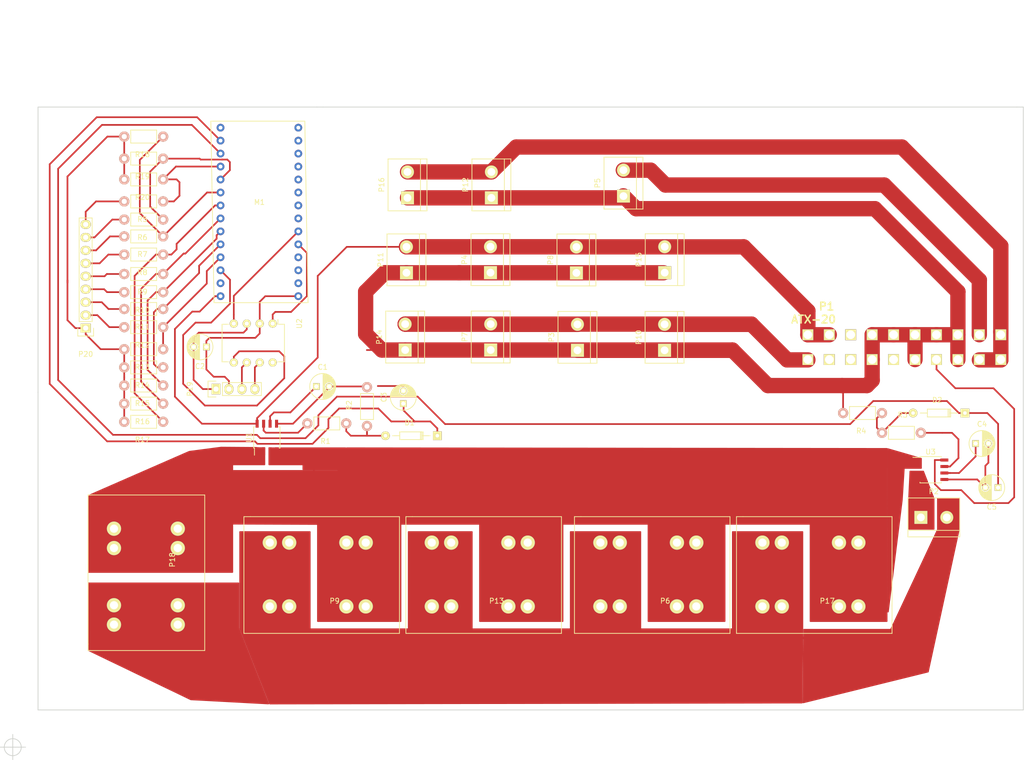
<source format=kicad_pcb>
(kicad_pcb (version 4) (host pcbnew 4.0.4-stable)
  (layers (0 F.Cu signal) (31 B.Cu signal) (34 B.Paste user) (35 F.Paste user) (36 B.SilkS user) (37 F.SilkS user) (38 B.Mask user) (39 F.Mask user) (44 Edge.Cuts user))
  (net 0 "")
  (net 1 3v3)
  (net 2 -12v)
  (net 3 GND)
  (net 4 5v0)
  (net 5 +12v)
  (net 6 VBAT)
  (net 7 GND_REG)
  (net 8 "Net-(C1-Pad1)")
  (net 9 /PowerMonitor/I_SENSE1)
  (net 10 "Net-(C4-Pad1)")
  (net 11 /PowerMonitor/I_SENSE2)
  (net 12 "Net-(D1-Pad2)")
  (net 13 "Net-(D2-Pad2)")
  (net 14 VLOG)
  (net 15 VBAT_IN)
  (net 16 /PowerMonitor/CANL)
  (net 17 /PowerMonitor/CANH)
  (net 18 "Net-(P20-Pad1)")
  (net 19 "Net-(P20-Pad2)")
  (net 20 "Net-(P20-Pad3)")
  (net 21 "Net-(P20-Pad4)")
  (net 22 "Net-(P20-Pad5)")
  (net 23 "Net-(P20-Pad6)")
  (net 24 "Net-(P20-Pad7)")
  (net 25 "Net-(P20-Pad8)")
  (net 26 "Net-(P20-Pad9)")
  (net 27 "Net-(R1-Pad2)")
  (net 28 "Net-(R3-Pad2)")
  (net 29 /PowerMonitor/8+)
  (net 30 /PowerMonitor/7+)
  (net 31 /PowerMonitor/6+)
  (net 32 /PowerMonitor/5+)
  (net 33 /PowerMonitor/4+)
  (net 34 /PowerMonitor/3+)
  (net 35 /PowerMonitor/2+)
  (net 36 /PowerMonitor/1+)
  (net 37 /PowerMonitor/3v3)
  (net 38 "Net-(M1-Pad3)")
  (net 39 "Net-(M1-Pad4)")
  (net 40 "Net-(M1-Pad13)")
  (net 41 "Net-(M1-Pad12)")
  (net 42 "Net-(M1-Pad11)")
  (net 43 "Net-(M1-Pad10)")
  (net 44 "Net-(M1-Pad9)")
  (net 45 "Net-(M1-Pad8)")
  (net 46 "Net-(M1-Pad6)")
  (net 47 "Net-(M1-Pad5)")
  (net 48 "Net-(M1-Pad7)")
  (net 49 "Net-(M1-Pad2)")
  (net 50 "Net-(M1-Pad1)")
  (net 51 "Net-(M1-Pad0)")
  (net 52 "Net-(P1-Pad15)")
  (net 53 "Net-(P1-Pad16)")
  (net 54 "Net-(P1-Pad17)")
  (net 55 "Net-(U2-Pad8)")
  (net 56 "Net-(M1-PadAGND)")
  (module Pin_Headers:Pin_Header_Straight_1x09 (layer F.Cu) (at 46.1645 95.377 180)
    (fp_text reference P20 (at 0 -5.1 180) (layer F.SilkS))
    (fp_text value BAT_CONN)
    (pad 1 thru_hole rect (at 0 0 180) (size 2.032 1.7272) (drill 1.016) (layers *.Cu *.Mask F.SilkS) (net 18 "Net-(P20-Pad1)"))
    (pad 2 thru_hole oval (at 0 2.54 180) (size 2.032 1.7272) (drill 1.016) (layers *.Cu *.Mask F.SilkS) (net 19 "Net-(P20-Pad2)"))
    (pad 3 thru_hole oval (at 0 5.08 180) (size 2.032 1.7272) (drill 1.016) (layers *.Cu *.Mask F.SilkS) (net 20 "Net-(P20-Pad3)"))
    (pad 4 thru_hole oval (at 0 7.62 180) (size 2.032 1.7272) (drill 1.016) (layers *.Cu *.Mask F.SilkS) (net 21 "Net-(P20-Pad4)"))
    (pad 5 thru_hole oval (at 0 10.16 180) (size 2.032 1.7272) (drill 1.016) (layers *.Cu *.Mask F.SilkS) (net 22 "Net-(P20-Pad5)"))
    (pad 6 thru_hole oval (at 0 12.7 180) (size 2.032 1.7272) (drill 1.016) (layers *.Cu *.Mask F.SilkS) (net 23 "Net-(P20-Pad6)"))
    (pad 7 thru_hole oval (at 0 15.24 180) (size 2.032 1.7272) (drill 1.016) (layers *.Cu *.Mask F.SilkS) (net 24 "Net-(P20-Pad7)"))
    (pad 8 thru_hole oval (at 0 17.78 180) (size 2.032 1.7272) (drill 1.016) (layers *.Cu *.Mask F.SilkS) (net 25 "Net-(P20-Pad8)"))
    (pad 9 thru_hole oval (at 0 20.32 180) (size 2.032 1.7272) (drill 1.016) (layers *.Cu *.Mask F.SilkS) (net 26 "Net-(P20-Pad9)"))
  )
  (module USSTPARTS:PhoenixContact1770539 (layer F.Cu) (at 51.709847 153.471837 90)
    (fp_text reference P18 (at 12.7 11.43 90) (layer F.SilkS))
    (fp_text value CONN_2)
    (pad 1 thru_hole circle (at 0 0 90) (size 2.8 2.8) (drill 1.6) (layers *.Cu *.Mask F.SilkS) (net 3 GND))
    (pad 1 thru_hole circle (at 3.8 0 90) (size 2.8 2.8) (drill 1.6) (layers *.Cu *.Mask F.SilkS) (net 3 GND))
    (pad 1 thru_hole circle (at 0 12.5 90) (size 2.8 2.8) (drill 1.6) (layers *.Cu *.Mask F.SilkS) (net 3 GND))
    (pad 1 thru_hole circle (at 3.8 12.5 90) (size 2.8 2.8) (drill 1.6) (layers *.Cu *.Mask F.SilkS) (net 3 GND))
    (pad 2 thru_hole circle (at 15 0 90) (size 2.8 2.8) (drill 1.6) (layers *.Cu *.Mask F.SilkS) (net 15 VBAT_IN))
    (pad 2 thru_hole circle (at 18.8 0 90) (size 2.8 2.8) (drill 1.6) (layers *.Cu *.Mask F.SilkS) (net 15 VBAT_IN))
    (pad 2 thru_hole circle (at 15 12.5 90) (size 2.8 2.8) (drill 1.6) (layers *.Cu *.Mask F.SilkS) (net 15 VBAT_IN))
    (pad 2 thru_hole circle (at 18.8 12.5 90) (size 2.8 2.8) (drill 1.6) (layers *.Cu *.Mask F.SilkS) (net 15 VBAT_IN))
  )
  (module USSTPARTS:PhoenixContact1770539 (layer F.Cu) (at 147.009847 137.401837)
    (fp_text reference P6 (at 12.7 11.43) (layer F.SilkS))
    (fp_text value CONN_2)
    (pad 1 thru_hole circle (at 0 0) (size 2.8 2.8) (drill 1.6) (layers *.Cu *.Mask F.SilkS) (net 3 GND))
    (pad 1 thru_hole circle (at 3.8 0) (size 2.8 2.8) (drill 1.6) (layers *.Cu *.Mask F.SilkS) (net 3 GND))
    (pad 1 thru_hole circle (at 0 12.5) (size 2.8 2.8) (drill 1.6) (layers *.Cu *.Mask F.SilkS) (net 3 GND))
    (pad 1 thru_hole circle (at 3.8 12.5) (size 2.8 2.8) (drill 1.6) (layers *.Cu *.Mask F.SilkS) (net 3 GND))
    (pad 2 thru_hole circle (at 15 0) (size 2.8 2.8) (drill 1.6) (layers *.Cu *.Mask F.SilkS) (net 6 VBAT))
    (pad 2 thru_hole circle (at 18.8 0) (size 2.8 2.8) (drill 1.6) (layers *.Cu *.Mask F.SilkS) (net 6 VBAT))
    (pad 2 thru_hole circle (at 15 12.5) (size 2.8 2.8) (drill 1.6) (layers *.Cu *.Mask F.SilkS) (net 6 VBAT))
    (pad 2 thru_hole circle (at 18.8 12.5) (size 2.8 2.8) (drill 1.6) (layers *.Cu *.Mask F.SilkS) (net 6 VBAT))
  )
  (module USSTPARTS:PhoenixContact1770539 (layer F.Cu) (at 178.759847 137.401837)
    (fp_text reference P17 (at 12.7 11.43) (layer F.SilkS))
    (fp_text value CONN_2)
    (pad 1 thru_hole circle (at 0 0) (size 2.8 2.8) (drill 1.6) (layers *.Cu *.Mask F.SilkS) (net 3 GND))
    (pad 1 thru_hole circle (at 3.8 0) (size 2.8 2.8) (drill 1.6) (layers *.Cu *.Mask F.SilkS) (net 3 GND))
    (pad 1 thru_hole circle (at 0 12.5) (size 2.8 2.8) (drill 1.6) (layers *.Cu *.Mask F.SilkS) (net 3 GND))
    (pad 1 thru_hole circle (at 3.8 12.5) (size 2.8 2.8) (drill 1.6) (layers *.Cu *.Mask F.SilkS) (net 3 GND))
    (pad 2 thru_hole circle (at 15 0) (size 2.8 2.8) (drill 1.6) (layers *.Cu *.Mask F.SilkS) (net 6 VBAT))
    (pad 2 thru_hole circle (at 18.8 0) (size 2.8 2.8) (drill 1.6) (layers *.Cu *.Mask F.SilkS) (net 6 VBAT))
    (pad 2 thru_hole circle (at 15 12.5) (size 2.8 2.8) (drill 1.6) (layers *.Cu *.Mask F.SilkS) (net 6 VBAT))
    (pad 2 thru_hole circle (at 18.8 12.5) (size 2.8 2.8) (drill 1.6) (layers *.Cu *.Mask F.SilkS) (net 6 VBAT))
  )
  (module Resistors_ThroughHole:Resistor_Horizontal_RM7mm (layer F.Cu) (at 61.341 95.1865 180)
    (fp_text reference R12 (at 4.05892 -3.50012 180) (layer F.SilkS))
    (fp_text value 90.9k)
    (pad 1 thru_hole circle (at 0 0 180) (size 1.99898 1.99898) (drill 1.00076) (layers *.Cu *.SilkS *.Mask) (net 36 /PowerMonitor/1+))
    (pad 2 thru_hole circle (at 7.62 0 180) (size 1.99898 1.99898) (drill 1.00076) (layers *.Cu *.SilkS *.Mask) (net 19 "Net-(P20-Pad2)"))
  )
  (module Connect:bornier2 (layer F.Cu) (at 212.344 132.461)
    (fp_text reference P2 (at 0 -5.08) (layer F.SilkS))
    (fp_text value CONN_2)
    (pad 1 thru_hole rect (at -2.54 0) (size 2.54 2.54) (drill 1.524) (layers *.Cu *.Mask F.SilkS) (net 14 VLOG))
    (pad 2 thru_hole circle (at 2.54 0) (size 2.54 2.54) (drill 1.524) (layers *.Cu *.Mask F.SilkS) (net 3 GND))
  )
  (module Connect:bornier2 (layer F.Cu) (at 142.5194 97.1804 90)
    (fp_text reference P3 (at 0 -5.08 90) (layer F.SilkS))
    (fp_text value CONN_2)
    (pad 1 thru_hole rect (at -2.54 0 90) (size 2.54 2.54) (drill 1.524) (layers *.Cu *.Mask F.SilkS) (net 7 GND_REG))
    (pad 2 thru_hole circle (at 2.54 0 90) (size 2.54 2.54) (drill 1.524) (layers *.Cu *.Mask F.SilkS) (net 5 +12v))
  )
  (module Connect:bornier2 (layer F.Cu) (at 125.476 81.9658 90)
    (fp_text reference P4 (at 0 -5.08 90) (layer F.SilkS))
    (fp_text value CONN_2)
    (pad 1 thru_hole rect (at -2.54 0 90) (size 2.54 2.54) (drill 1.524) (layers *.Cu *.Mask F.SilkS) (net 7 GND_REG))
    (pad 2 thru_hole circle (at 2.54 0 90) (size 2.54 2.54) (drill 1.524) (layers *.Cu *.Mask F.SilkS) (net 4 5v0))
  )
  (module Connect:bornier2 (layer F.Cu) (at 151.5364 66.9671 90)
    (fp_text reference P5 (at 0 -5.08 90) (layer F.SilkS))
    (fp_text value CONN_2)
    (pad 1 thru_hole rect (at -2.54 0 90) (size 2.54 2.54) (drill 1.524) (layers *.Cu *.Mask F.SilkS) (net 7 GND_REG))
    (pad 2 thru_hole circle (at 2.54 0 90) (size 2.54 2.54) (drill 1.524) (layers *.Cu *.Mask F.SilkS) (net 2 -12v))
  )
  (module Connect:bornier2 (layer F.Cu) (at 125.518333 97.121133 90)
    (fp_text reference P7 (at 0 -5.08 90) (layer F.SilkS))
    (fp_text value CONN_2)
    (pad 1 thru_hole rect (at -2.54 0 90) (size 2.54 2.54) (drill 1.524) (layers *.Cu *.Mask F.SilkS) (net 7 GND_REG))
    (pad 2 thru_hole circle (at 2.54 0 90) (size 2.54 2.54) (drill 1.524) (layers *.Cu *.Mask F.SilkS) (net 5 +12v))
  )
  (module Connect:bornier2 (layer F.Cu) (at 142.3162 82.0166 90)
    (fp_text reference P8 (at 0 -5.08 90) (layer F.SilkS))
    (fp_text value CONN_2)
    (pad 1 thru_hole rect (at -2.54 0 90) (size 2.54 2.54) (drill 1.524) (layers *.Cu *.Mask F.SilkS) (net 7 GND_REG))
    (pad 2 thru_hole circle (at 2.54 0 90) (size 2.54 2.54) (drill 1.524) (layers *.Cu *.Mask F.SilkS) (net 4 5v0))
  )
  (module Connect:bornier2 (layer F.Cu) (at 159.588199 97.1804 90)
    (fp_text reference P10 (at 0 -5.08 90) (layer F.SilkS))
    (fp_text value CONN_2)
    (pad 1 thru_hole rect (at -2.54 0 90) (size 2.54 2.54) (drill 1.524) (layers *.Cu *.Mask F.SilkS) (net 7 GND_REG))
    (pad 2 thru_hole circle (at 2.54 0 90) (size 2.54 2.54) (drill 1.524) (layers *.Cu *.Mask F.SilkS) (net 5 +12v))
  )
  (module Connect:bornier2 (layer F.Cu) (at 109.0168 81.9912 90)
    (fp_text reference P11 (at 0 -5.08 90) (layer F.SilkS))
    (fp_text value CONN_2)
    (pad 1 thru_hole rect (at -2.54 0 90) (size 2.54 2.54) (drill 1.524) (layers *.Cu *.Mask F.SilkS) (net 7 GND_REG))
    (pad 2 thru_hole circle (at 2.54 0 90) (size 2.54 2.54) (drill 1.524) (layers *.Cu *.Mask F.SilkS) (net 4 5v0))
  )
  (module Connect:bornier2 (layer F.Cu) (at 125.6538 67.31 90)
    (fp_text reference P12 (at 0 -5.08 90) (layer F.SilkS))
    (fp_text value CONN_2)
    (pad 1 thru_hole rect (at -2.54 0 90) (size 2.54 2.54) (drill 1.524) (layers *.Cu *.Mask F.SilkS) (net 7 GND_REG))
    (pad 2 thru_hole circle (at 2.54 0 90) (size 2.54 2.54) (drill 1.524) (layers *.Cu *.Mask F.SilkS) (net 1 3v3))
  )
  (module Connect:bornier2 (layer F.Cu) (at 108.7628 97.1296 90)
    (fp_text reference P14 (at 0 -5.08 90) (layer F.SilkS))
    (fp_text value CONN_2)
    (pad 1 thru_hole rect (at -2.54 0 90) (size 2.54 2.54) (drill 1.524) (layers *.Cu *.Mask F.SilkS) (net 7 GND_REG))
    (pad 2 thru_hole circle (at 2.54 0 90) (size 2.54 2.54) (drill 1.524) (layers *.Cu *.Mask F.SilkS) (net 5 +12v))
  )
  (module Connect:bornier2 (layer F.Cu) (at 159.6136 81.9658 90)
    (fp_text reference P15 (at 0 -5.08 90) (layer F.SilkS))
    (fp_text value CONN_2)
    (pad 1 thru_hole rect (at -2.54 0 90) (size 2.54 2.54) (drill 1.524) (layers *.Cu *.Mask F.SilkS) (net 7 GND_REG))
    (pad 2 thru_hole circle (at 2.54 0 90) (size 2.54 2.54) (drill 1.524) (layers *.Cu *.Mask F.SilkS) (net 4 5v0))
  )
  (module Connect:bornier2 (layer F.Cu) (at 109.22 67.31 90)
    (fp_text reference P16 (at 0 -5.08 90) (layer F.SilkS))
    (fp_text value CONN_2)
    (pad 1 thru_hole rect (at -2.54 0 90) (size 2.54 2.54) (drill 1.524) (layers *.Cu *.Mask F.SilkS) (net 7 GND_REG))
    (pad 2 thru_hole circle (at 2.54 0 90) (size 2.54 2.54) (drill 1.524) (layers *.Cu *.Mask F.SilkS) (net 1 3v3))
  )
  (module USSTPARTS:PhoenixContact1770539 (layer F.Cu) (at 82.239847 137.401837)
    (fp_text reference P9 (at 12.7 11.43) (layer F.SilkS))
    (fp_text value CONN_2)
    (pad 1 thru_hole circle (at 0 0) (size 2.8 2.8) (drill 1.6) (layers *.Cu *.Mask F.SilkS) (net 3 GND))
    (pad 1 thru_hole circle (at 3.8 0) (size 2.8 2.8) (drill 1.6) (layers *.Cu *.Mask F.SilkS) (net 3 GND))
    (pad 1 thru_hole circle (at 0 12.5) (size 2.8 2.8) (drill 1.6) (layers *.Cu *.Mask F.SilkS) (net 3 GND))
    (pad 1 thru_hole circle (at 3.8 12.5) (size 2.8 2.8) (drill 1.6) (layers *.Cu *.Mask F.SilkS) (net 3 GND))
    (pad 2 thru_hole circle (at 15 0) (size 2.8 2.8) (drill 1.6) (layers *.Cu *.Mask F.SilkS) (net 6 VBAT))
    (pad 2 thru_hole circle (at 18.8 0) (size 2.8 2.8) (drill 1.6) (layers *.Cu *.Mask F.SilkS) (net 6 VBAT))
    (pad 2 thru_hole circle (at 15 12.5) (size 2.8 2.8) (drill 1.6) (layers *.Cu *.Mask F.SilkS) (net 6 VBAT))
    (pad 2 thru_hole circle (at 18.8 12.5) (size 2.8 2.8) (drill 1.6) (layers *.Cu *.Mask F.SilkS) (net 6 VBAT))
  )
  (module USSTPARTS:PhoenixContact1770539 (layer F.Cu) (at 113.979847 137.401837)
    (fp_text reference P13 (at 12.7 11.43) (layer F.SilkS))
    (fp_text value CONN_2)
    (pad 1 thru_hole circle (at 0 0) (size 2.8 2.8) (drill 1.6) (layers *.Cu *.Mask F.SilkS) (net 3 GND))
    (pad 1 thru_hole circle (at 3.8 0) (size 2.8 2.8) (drill 1.6) (layers *.Cu *.Mask F.SilkS) (net 3 GND))
    (pad 1 thru_hole circle (at 0 12.5) (size 2.8 2.8) (drill 1.6) (layers *.Cu *.Mask F.SilkS) (net 3 GND))
    (pad 1 thru_hole circle (at 3.8 12.5) (size 2.8 2.8) (drill 1.6) (layers *.Cu *.Mask F.SilkS) (net 3 GND))
    (pad 2 thru_hole circle (at 15 0) (size 2.8 2.8) (drill 1.6) (layers *.Cu *.Mask F.SilkS) (net 6 VBAT))
    (pad 2 thru_hole circle (at 18.8 0) (size 2.8 2.8) (drill 1.6) (layers *.Cu *.Mask F.SilkS) (net 6 VBAT))
    (pad 2 thru_hole circle (at 15 12.5) (size 2.8 2.8) (drill 1.6) (layers *.Cu *.Mask F.SilkS) (net 6 VBAT))
    (pad 2 thru_hole circle (at 18.8 12.5) (size 2.8 2.8) (drill 1.6) (layers *.Cu *.Mask F.SilkS) (net 6 VBAT))
  )
  (module Capacitors_ThroughHole:C_Radial_D5_L6_P2.5 (layer F.Cu) (at 91.353 106.807)
    (fp_text reference C1 (at 1.25 -3.8) (layer F.SilkS))
    (fp_text value 1nF)
    (pad 1 thru_hole rect (at 0 0) (size 1.3 1.3) (drill 0.8) (layers *.Cu *.Mask F.SilkS) (net 8 "Net-(C1-Pad1)"))
    (pad 2 thru_hole circle (at 2.5 0) (size 1.3 1.3) (drill 0.8) (layers *.Cu *.Mask F.SilkS) (net 7 GND_REG))
  )
  (module Capacitors_ThroughHole:C_Radial_D5_L6_P2.5 (layer F.Cu) (at 69.81 99.06 180)
    (fp_text reference C2 (at 1.25 -3.8 180) (layer F.SilkS))
    (fp_text value 0.1uF)
    (pad 1 thru_hole rect (at 0 0 180) (size 1.3 1.3) (drill 0.8) (layers *.Cu *.Mask F.SilkS) (net 7 GND_REG))
    (pad 2 thru_hole circle (at 2.5 0 180) (size 1.3 1.3) (drill 0.8) (layers *.Cu *.Mask F.SilkS) (net 4 5v0))
  )
  (module Capacitors_ThroughHole:C_Radial_D5_L6_P2.5 (layer F.Cu) (at 108.3945 110.1725 90)
    (fp_text reference C3 (at 1.25 -3.8 90) (layer F.SilkS))
    (fp_text value Test)
    (pad 1 thru_hole rect (at 0 0 90) (size 1.3 1.3) (drill 0.8) (layers *.Cu *.Mask F.SilkS) (net 9 /PowerMonitor/I_SENSE1))
    (pad 2 thru_hole circle (at 2.5 0 90) (size 1.3 1.3) (drill 0.8) (layers *.Cu *.Mask F.SilkS) (net 7 GND_REG))
  )
  (module Capacitors_ThroughHole:C_Radial_D5_L6_P2.5 (layer F.Cu) (at 220.5355 117.983)
    (fp_text reference C4 (at 1.25 -3.8) (layer F.SilkS))
    (fp_text value 1nF)
    (pad 1 thru_hole rect (at 0 0) (size 1.3 1.3) (drill 0.8) (layers *.Cu *.Mask F.SilkS) (net 10 "Net-(C4-Pad1)"))
    (pad 2 thru_hole circle (at 2.5 0) (size 1.3 1.3) (drill 0.8) (layers *.Cu *.Mask F.SilkS) (net 7 GND_REG))
  )
  (module Capacitors_ThroughHole:C_Radial_D5_L6_P2.5 (layer F.Cu) (at 224.9405 126.619 180)
    (fp_text reference C5 (at 1.25 -3.8 180) (layer F.SilkS))
    (fp_text value Test)
    (pad 1 thru_hole rect (at 0 0 180) (size 1.3 1.3) (drill 0.8) (layers *.Cu *.Mask F.SilkS) (net 11 /PowerMonitor/I_SENSE2))
    (pad 2 thru_hole circle (at 2.5 0 180) (size 1.3 1.3) (drill 0.8) (layers *.Cu *.Mask F.SilkS) (net 7 GND_REG))
  )
  (module Diodes_ThroughHole:Diode_DO-35_SOD27_Horizontal_RM10 (layer F.Cu) (at 115.06252 116.45646 180)
    (fp_text reference D1 (at 5.43052 2.53746 180) (layer F.SilkS))
    (fp_text value 1N4448W)
    (pad 2 thru_hole circle (at 10.16052 -0.00254) (size 1.69926 1.69926) (drill 0.70104) (layers *.Cu *.Mask F.SilkS) (net 12 "Net-(D1-Pad2)"))
    (pad 1 thru_hole rect (at 0.00052 -0.00254) (size 1.69926 1.69926) (drill 0.70104) (layers *.Cu *.Mask F.SilkS) (net 9 /PowerMonitor/I_SENSE1))
  )
  (module Diodes_ThroughHole:Diode_DO-35_SOD27_Horizontal_RM10 (layer F.Cu) (at 218.44052 112.01146 180)
    (fp_text reference D2 (at 5.43052 2.53746 180) (layer F.SilkS))
    (fp_text value 1N4448W)
    (pad 2 thru_hole circle (at 10.16052 -0.00254) (size 1.69926 1.69926) (drill 0.70104) (layers *.Cu *.Mask F.SilkS) (net 13 "Net-(D2-Pad2)"))
    (pad 1 thru_hole rect (at 0.00052 -0.00254) (size 1.69926 1.69926) (drill 0.70104) (layers *.Cu *.Mask F.SilkS) (net 11 /PowerMonitor/I_SENSE2))
  )
  (module Pin_Headers:Pin_Header_Straight_1x04 (layer F.Cu) (at 71.6915 107.315 90)
    (fp_text reference P19 (at 0 -5.1 90) (layer F.SilkS))
    (fp_text value CAN_CONN)
    (pad 1 thru_hole rect (at 0 0 90) (size 2.032 1.7272) (drill 1.016) (layers *.Cu *.Mask F.SilkS) (net 4 5v0))
    (pad 2 thru_hole oval (at 0 2.54 90) (size 2.032 1.7272) (drill 1.016) (layers *.Cu *.Mask F.SilkS) (net 7 GND_REG))
    (pad 3 thru_hole oval (at 0 5.08 90) (size 2.032 1.7272) (drill 1.016) (layers *.Cu *.Mask F.SilkS) (net 16 /PowerMonitor/CANL))
    (pad 4 thru_hole oval (at 0 7.62 90) (size 2.032 1.7272) (drill 1.016) (layers *.Cu *.Mask F.SilkS) (net 17 /PowerMonitor/CANH))
  )
  (module Resistors_ThroughHole:Resistor_Horizontal_RM7mm (layer F.Cu) (at 97.2185 114.046 180)
    (fp_text reference R1 (at 4.05892 -3.50012 180) (layer F.SilkS))
    (fp_text value 2k)
    (pad 1 thru_hole circle (at 0 0 180) (size 1.99898 1.99898) (drill 1.00076) (layers *.Cu *.SilkS *.Mask) (net 12 "Net-(D1-Pad2)"))
    (pad 2 thru_hole circle (at 7.62 0 180) (size 1.99898 1.99898) (drill 1.00076) (layers *.Cu *.SilkS *.Mask) (net 27 "Net-(R1-Pad2)"))
  )
  (module Resistors_ThroughHole:Resistor_Horizontal_RM7mm (layer F.Cu) (at 101.2825 114.554 90)
    (fp_text reference R2 (at 4.05892 -3.50012 90) (layer F.SilkS))
    (fp_text value 10k)
    (pad 1 thru_hole circle (at 0 0 90) (size 1.99898 1.99898) (drill 1.00076) (layers *.Cu *.SilkS *.Mask) (net 12 "Net-(D1-Pad2)"))
    (pad 2 thru_hole circle (at 7.62 0 90) (size 1.99898 1.99898) (drill 1.00076) (layers *.Cu *.SilkS *.Mask) (net 7 GND_REG))
  )
  (module Resistors_ThroughHole:Resistor_Horizontal_RM7mm (layer F.Cu) (at 202.184 115.8875)
    (fp_text reference R3 (at 4.05892 -3.50012) (layer F.SilkS))
    (fp_text value 2k)
    (pad 1 thru_hole circle (at 0 0) (size 1.99898 1.99898) (drill 1.00076) (layers *.Cu *.SilkS *.Mask) (net 13 "Net-(D2-Pad2)"))
    (pad 2 thru_hole circle (at 7.62 0) (size 1.99898 1.99898) (drill 1.00076) (layers *.Cu *.SilkS *.Mask) (net 28 "Net-(R3-Pad2)"))
  )
  (module Resistors_ThroughHole:Resistor_Horizontal_RM7mm (layer F.Cu) (at 202.184 112.014 180)
    (fp_text reference R4 (at 4.05892 -3.50012 180) (layer F.SilkS))
    (fp_text value 10k)
    (pad 1 thru_hole circle (at 0 0 180) (size 1.99898 1.99898) (drill 1.00076) (layers *.Cu *.SilkS *.Mask) (net 13 "Net-(D2-Pad2)"))
    (pad 2 thru_hole circle (at 7.62 0 180) (size 1.99898 1.99898) (drill 1.00076) (layers *.Cu *.SilkS *.Mask) (net 7 GND_REG))
  )
  (module Resistors_ThroughHole:Resistor_Horizontal_RM7mm (layer F.Cu) (at 61.341 70.5485 180)
    (fp_text reference R5 (at 4.05892 -3.50012 180) (layer F.SilkS))
    (fp_text value 886k)
    (pad 1 thru_hole circle (at 0 0 180) (size 1.99898 1.99898) (drill 1.00076) (layers *.Cu *.SilkS *.Mask) (net 29 /PowerMonitor/8+))
    (pad 2 thru_hole circle (at 7.62 0 180) (size 1.99898 1.99898) (drill 1.00076) (layers *.Cu *.SilkS *.Mask) (net 26 "Net-(P20-Pad9)"))
  )
  (module Resistors_ThroughHole:Resistor_Horizontal_RM7mm (layer F.Cu) (at 61.341 74.1045 180)
    (fp_text reference R6 (at 4.05892 -3.50012 180) (layer F.SilkS))
    (fp_text value 870k)
    (pad 1 thru_hole circle (at 0 0 180) (size 1.99898 1.99898) (drill 1.00076) (layers *.Cu *.SilkS *.Mask) (net 30 /PowerMonitor/7+))
    (pad 2 thru_hole circle (at 7.62 0 180) (size 1.99898 1.99898) (drill 1.00076) (layers *.Cu *.SilkS *.Mask) (net 25 "Net-(P20-Pad8)"))
  )
  (module Resistors_ThroughHole:Resistor_Horizontal_RM7mm (layer F.Cu) (at 61.341 77.4065 180)
    (fp_text reference R7 (at 4.05892 -3.50012 180) (layer F.SilkS))
    (fp_text value 848k)
    (pad 1 thru_hole circle (at 0 0 180) (size 1.99898 1.99898) (drill 1.00076) (layers *.Cu *.SilkS *.Mask) (net 31 /PowerMonitor/6+))
    (pad 2 thru_hole circle (at 7.62 0 180) (size 1.99898 1.99898) (drill 1.00076) (layers *.Cu *.SilkS *.Mask) (net 24 "Net-(P20-Pad7)"))
  )
  (module Resistors_ThroughHole:Resistor_Horizontal_RM7mm (layer F.Cu) (at 61.341 80.9625 180)
    (fp_text reference R8 (at 4.05892 -3.50012 180) (layer F.SilkS))
    (fp_text value 818k)
    (pad 1 thru_hole circle (at 0 0 180) (size 1.99898 1.99898) (drill 1.00076) (layers *.Cu *.SilkS *.Mask) (net 32 /PowerMonitor/5+))
    (pad 2 thru_hole circle (at 7.62 0 180) (size 1.99898 1.99898) (drill 1.00076) (layers *.Cu *.SilkS *.Mask) (net 23 "Net-(P20-Pad6)"))
  )
  (module Resistors_ThroughHole:Resistor_Horizontal_RM7mm (layer F.Cu) (at 61.341 84.7725 180)
    (fp_text reference R9 (at 4.05892 -3.50012 180) (layer F.SilkS))
    (fp_text value 773k)
    (pad 1 thru_hole circle (at 0 0 180) (size 1.99898 1.99898) (drill 1.00076) (layers *.Cu *.SilkS *.Mask) (net 33 /PowerMonitor/4+))
    (pad 2 thru_hole circle (at 7.62 0 180) (size 1.99898 1.99898) (drill 1.00076) (layers *.Cu *.SilkS *.Mask) (net 22 "Net-(P20-Pad5)"))
  )
  (module Resistors_ThroughHole:Resistor_Horizontal_RM7mm (layer F.Cu) (at 61.341 88.3285 180)
    (fp_text reference R10 (at 4.05892 -3.50012 180) (layer F.SilkS))
    (fp_text value 697k)
    (pad 1 thru_hole circle (at 0 0 180) (size 1.99898 1.99898) (drill 1.00076) (layers *.Cu *.SilkS *.Mask) (net 34 /PowerMonitor/3+))
    (pad 2 thru_hole circle (at 7.62 0 180) (size 1.99898 1.99898) (drill 1.00076) (layers *.Cu *.SilkS *.Mask) (net 21 "Net-(P20-Pad4)"))
  )
  (module Resistors_ThroughHole:Resistor_Horizontal_RM7mm (layer F.Cu) (at 61.341 91.6305 180)
    (fp_text reference R11 (at 4.05892 -3.50012 180) (layer F.SilkS))
    (fp_text value 545k)
    (pad 1 thru_hole circle (at 0 0 180) (size 1.99898 1.99898) (drill 1.00076) (layers *.Cu *.SilkS *.Mask) (net 35 /PowerMonitor/2+))
    (pad 2 thru_hole circle (at 7.62 0 180) (size 1.99898 1.99898) (drill 1.00076) (layers *.Cu *.SilkS *.Mask) (net 20 "Net-(P20-Pad3)"))
  )
  (module Resistors_ThroughHole:Resistor_Horizontal_RM7mm (layer F.Cu) (at 61.341 99.5045 180)
    (fp_text reference R13 (at 4.064 -3.50012 180) (layer F.SilkS))
    (fp_text value 909k)
    (pad 1 thru_hole circle (at 0 0 180) (size 1.99898 1.99898) (drill 1.00076) (layers *.Cu *.SilkS *.Mask) (net 36 /PowerMonitor/1+))
    (pad 2 thru_hole circle (at 7.62 0 180) (size 1.99898 1.99898) (drill 1.00076) (layers *.Cu *.SilkS *.Mask) (net 18 "Net-(P20-Pad1)"))
  )
  (module Resistors_ThroughHole:Resistor_Horizontal_RM7mm (layer F.Cu) (at 61.341 103.0605 180)
    (fp_text reference R14 (at 4.05892 -3.50012 180) (layer F.SilkS))
    (fp_text value 455k)
    (pad 1 thru_hole circle (at 0 0 180) (size 1.99898 1.99898) (drill 1.00076) (layers *.Cu *.SilkS *.Mask) (net 35 /PowerMonitor/2+))
    (pad 2 thru_hole circle (at 7.62 0 180) (size 1.99898 1.99898) (drill 1.00076) (layers *.Cu *.SilkS *.Mask) (net 18 "Net-(P20-Pad1)"))
  )
  (module Resistors_ThroughHole:Resistor_Horizontal_RM7mm (layer F.Cu) (at 61.341 106.6165 180)
    (fp_text reference R15 (at 4.05892 -3.50012 180) (layer F.SilkS))
    (fp_text value 303k)
    (pad 1 thru_hole circle (at 0 0 180) (size 1.99898 1.99898) (drill 1.00076) (layers *.Cu *.SilkS *.Mask) (net 34 /PowerMonitor/3+))
    (pad 2 thru_hole circle (at 7.62 0 180) (size 1.99898 1.99898) (drill 1.00076) (layers *.Cu *.SilkS *.Mask) (net 18 "Net-(P20-Pad1)"))
  )
  (module Resistors_ThroughHole:Resistor_Horizontal_RM7mm (layer F.Cu) (at 61.341 110.1725 180)
    (fp_text reference R16 (at 4.05892 -3.50012 180) (layer F.SilkS))
    (fp_text value 227k)
    (pad 1 thru_hole circle (at 0 0 180) (size 1.99898 1.99898) (drill 1.00076) (layers *.Cu *.SilkS *.Mask) (net 33 /PowerMonitor/4+))
    (pad 2 thru_hole circle (at 7.62 0 180) (size 1.99898 1.99898) (drill 1.00076) (layers *.Cu *.SilkS *.Mask) (net 18 "Net-(P20-Pad1)"))
  )
  (module Resistors_ThroughHole:Resistor_Horizontal_RM7mm (layer F.Cu) (at 61.341 113.7285 180)
    (fp_text reference R17 (at 4.05892 -3.50012 180) (layer F.SilkS))
    (fp_text value 182k)
    (pad 1 thru_hole circle (at 0 0 180) (size 1.99898 1.99898) (drill 1.00076) (layers *.Cu *.SilkS *.Mask) (net 32 /PowerMonitor/5+))
    (pad 2 thru_hole circle (at 7.62 0 180) (size 1.99898 1.99898) (drill 1.00076) (layers *.Cu *.SilkS *.Mask) (net 18 "Net-(P20-Pad1)"))
  )
  (module Resistors_ThroughHole:Resistor_Horizontal_RM7mm (layer F.Cu) (at 61.341 57.8485 180)
    (fp_text reference R18 (at 4.05892 -3.50012 180) (layer F.SilkS))
    (fp_text value 152k)
    (pad 1 thru_hole circle (at 0 0 180) (size 1.99898 1.99898) (drill 1.00076) (layers *.Cu *.SilkS *.Mask) (net 31 /PowerMonitor/6+))
    (pad 2 thru_hole circle (at 7.62 0 180) (size 1.99898 1.99898) (drill 1.00076) (layers *.Cu *.SilkS *.Mask) (net 18 "Net-(P20-Pad1)"))
  )
  (module Resistors_ThroughHole:Resistor_Horizontal_RM7mm (layer F.Cu) (at 61.341 62.1665 180)
    (fp_text reference R19 (at 4.05892 -3.50012 180) (layer F.SilkS))
    (fp_text value 130k)
    (pad 1 thru_hole circle (at 0 0 180) (size 1.99898 1.99898) (drill 1.00076) (layers *.Cu *.SilkS *.Mask) (net 30 /PowerMonitor/7+))
    (pad 2 thru_hole circle (at 7.62 0 180) (size 1.99898 1.99898) (drill 1.00076) (layers *.Cu *.SilkS *.Mask) (net 18 "Net-(P20-Pad1)"))
  )
  (module Resistors_ThroughHole:Resistor_Horizontal_RM7mm (layer F.Cu) (at 61.341 66.2305 180)
    (fp_text reference R20 (at 4.05892 -3.50012 180) (layer F.SilkS))
    (fp_text value 114k)
    (pad 1 thru_hole circle (at 0 0 180) (size 1.99898 1.99898) (drill 1.00076) (layers *.Cu *.SilkS *.Mask) (net 29 /PowerMonitor/8+))
    (pad 2 thru_hole circle (at 7.62 0 180) (size 1.99898 1.99898) (drill 1.00076) (layers *.Cu *.SilkS *.Mask) (net 18 "Net-(P20-Pad1)"))
  )
  (module Housings_SOIC:SOIC-8_3.9x4.9mm_Pitch1.27mm (layer F.Cu) (at 81.661 116.807 90)
    (fp_text reference U1 (at 0 -3.5 90) (layer F.SilkS))
    (fp_text value ACS712)
    (pad 1 smd rect (at -2.7 -1.905 90) (size 1.55 0.6) (layers F.Cu F.Paste F.Mask) (net 15 VBAT_IN))
    (pad 2 smd rect (at -2.7 -0.635 90) (size 1.55 0.6) (layers F.Cu F.Paste F.Mask) (net 15 VBAT_IN))
    (pad 3 smd rect (at -2.7 0.635 90) (size 1.55 0.6) (layers F.Cu F.Paste F.Mask) (net 6 VBAT))
    (pad 4 smd rect (at -2.7 1.905 90) (size 1.55 0.6) (layers F.Cu F.Paste F.Mask) (net 6 VBAT))
    (pad 5 smd rect (at 2.7 1.905 90) (size 1.55 0.6) (layers F.Cu F.Paste F.Mask) (net 7 GND_REG))
    (pad 6 smd rect (at 2.7 0.635 90) (size 1.55 0.6) (layers F.Cu F.Paste F.Mask) (net 8 "Net-(C1-Pad1)"))
    (pad 7 smd rect (at 2.7 -0.635 90) (size 1.55 0.6) (layers F.Cu F.Paste F.Mask) (net 27 "Net-(R1-Pad2)"))
    (pad 8 smd rect (at 2.7 -1.905 90) (size 1.55 0.6) (layers F.Cu F.Paste F.Mask) (net 4 5v0))
  )
  (module Housings_DIP:DIP-8_W7.62mm (layer F.Cu) (at 82.804 94.488 270)
    (fp_text reference U2 (at 0 -5.22 270) (layer F.SilkS))
    (fp_text value MCP2562)
    (pad 1 thru_hole oval (at 0 0 270) (size 1.6 1.6) (drill 0.8) (layers *.Cu *.Mask F.SilkS) (net 38 "Net-(M1-Pad3)"))
    (pad 2 thru_hole oval (at 0 2.54 270) (size 1.6 1.6) (drill 0.8) (layers *.Cu *.Mask F.SilkS) (net 7 GND_REG))
    (pad 3 thru_hole oval (at 0 5.08 270) (size 1.6 1.6) (drill 0.8) (layers *.Cu *.Mask F.SilkS) (net 4 5v0))
    (pad 4 thru_hole oval (at 0 7.62 270) (size 1.6 1.6) (drill 0.8) (layers *.Cu *.Mask F.SilkS) (net 39 "Net-(M1-Pad4)"))
    (pad 5 thru_hole oval (at 7.62 7.62 270) (size 1.6 1.6) (drill 0.8) (layers *.Cu *.Mask F.SilkS) (net 37 /PowerMonitor/3v3))
    (pad 6 thru_hole oval (at 7.62 5.08 270) (size 1.6 1.6) (drill 0.8) (layers *.Cu *.Mask F.SilkS) (net 16 /PowerMonitor/CANL))
    (pad 7 thru_hole oval (at 7.62 2.54 270) (size 1.6 1.6) (drill 0.8) (layers *.Cu *.Mask F.SilkS) (net 17 /PowerMonitor/CANH))
    (pad 8 thru_hole oval (at 7.62 0 270) (size 1.6 1.6) (drill 0.8) (layers *.Cu *.Mask F.SilkS) (net 55 "Net-(U2-Pad8)"))
  )
  (module Housings_SOIC:SOIC-8_3.9x4.9mm_Pitch1.27mm (layer F.Cu) (at 211.709 123.1265)
    (fp_text reference U3 (at 0 -3.5) (layer F.SilkS))
    (fp_text value ACS712)
    (pad 1 smd rect (at -2.7 -1.905) (size 1.55 0.6) (layers F.Cu F.Paste F.Mask) (net 6 VBAT))
    (pad 2 smd rect (at -2.7 -0.635) (size 1.55 0.6) (layers F.Cu F.Paste F.Mask) (net 6 VBAT))
    (pad 3 smd rect (at -2.7 0.635) (size 1.55 0.6) (layers F.Cu F.Paste F.Mask) (net 14 VLOG))
    (pad 4 smd rect (at -2.7 1.905) (size 1.55 0.6) (layers F.Cu F.Paste F.Mask) (net 14 VLOG))
    (pad 5 smd rect (at 2.7 1.905) (size 1.55 0.6) (layers F.Cu F.Paste F.Mask) (net 7 GND_REG))
    (pad 6 smd rect (at 2.7 0.635) (size 1.55 0.6) (layers F.Cu F.Paste F.Mask) (net 10 "Net-(C4-Pad1)"))
    (pad 7 smd rect (at 2.7 -0.635) (size 1.55 0.6) (layers F.Cu F.Paste F.Mask) (net 28 "Net-(R3-Pad2)"))
    (pad 8 smd rect (at 2.7 -1.905) (size 1.55 0.6) (layers F.Cu F.Paste F.Mask) (net 4 5v0))
  )
  (module USSTPARTS:ATX20 (layer F.Cu) (at 206.5655 106.37266)
    (fp_text reference P1 (at -15.24 -15.24) (layer F.SilkS) (effects (font (thickness 0.3048))))
    (fp_text value ATX-20 (at -17.78 -12.7) (layer F.SilkS) (effects (font (thickness 0.3048))))
    (pad 1 thru_hole rect (at 18.89506 -4.83616) (size 2.12598 2.12598) (drill 1.69926) (layers *.Cu *.Mask F.SilkS) (net 1 3v3))
    (pad 2 thru_hole rect (at 18.89506 -9.70026) (size 2.12598 2.12598) (drill 1.69926) (layers *.Cu *.Mask F.SilkS) (net 1 3v3))
    (pad 3 thru_hole rect (at 14.6939 -4.83616) (size 2.12598 2.12598) (drill 1.69926) (layers *.Cu *.Mask F.SilkS) (net 1 3v3))
    (pad 4 thru_hole rect (at 14.6939 -9.70026) (size 2.12598 2.12598) (drill 1.69926) (layers *.Cu *.Mask F.SilkS) (net 2 -12v))
    (pad 5 thru_hole rect (at 10.49528 -4.83616) (size 2.12598 2.12598) (drill 1.69926) (layers *.Cu *.Mask F.SilkS) (net 7 GND_REG))
    (pad 6 thru_hole rect (at 10.49528 -9.70026) (size 2.12598 2.12598) (drill 1.69926) (layers *.Cu *.Mask F.SilkS) (net 7 GND_REG))
    (pad 7 thru_hole rect (at 6.29412 -4.83616) (size 2.12598 2.12598) (drill 1.69926) (layers *.Cu *.Mask F.SilkS) (net 4 5v0))
    (pad 8 thru_hole rect (at 6.29412 -9.70026) (size 2.12598 2.12598) (drill 1.69926) (layers *.Cu *.Mask F.SilkS) (net 7 GND_REG))
    (pad 9 thru_hole rect (at 2.0955 -4.83616) (size 2.12598 2.12598) (drill 1.69926) (layers *.Cu *.Mask F.SilkS) (net 7 GND_REG))
    (pad 10 thru_hole rect (at 2.0955 -9.70026) (size 2.12598 2.12598) (drill 1.69926) (layers *.Cu *.Mask F.SilkS) (net 7 GND_REG))
    (pad 11 thru_hole rect (at -2.10566 -4.83616) (size 2.12598 2.12598) (drill 1.69926) (layers *.Cu *.Mask F.SilkS) (net 4 5v0))
    (pad 12 thru_hole rect (at -2.10566 -9.70026) (size 2.12598 2.12598) (drill 1.69926) (layers *.Cu *.Mask F.SilkS) (net 7 GND_REG))
    (pad 13 thru_hole rect (at -6.30428 -4.83616) (size 2.12598 2.12598) (drill 1.69926) (layers *.Cu *.Mask F.SilkS) (net 7 GND_REG))
    (pad 14 thru_hole rect (at -6.30428 -9.70026) (size 2.12598 2.12598) (drill 1.69926) (layers *.Cu *.Mask F.SilkS) (net 7 GND_REG))
    (pad 15 thru_hole rect (at -10.50544 -4.83616) (size 2.12598 2.12598) (drill 1.69926) (layers *.Cu *.Mask F.SilkS) (net 52 "Net-(P1-Pad15)"))
    (pad 16 thru_hole rect (at -10.50544 -9.70026) (size 2.12598 2.12598) (drill 1.69926) (layers *.Cu *.Mask F.SilkS) (net 53 "Net-(P1-Pad16)"))
    (pad 17 thru_hole rect (at -14.70406 -4.83616) (size 2.12598 2.12598) (drill 1.69926) (layers *.Cu *.Mask F.SilkS) (net 54 "Net-(P1-Pad17)"))
    (pad 18 thru_hole rect (at -14.70406 -9.70026) (size 2.12598 2.12598) (drill 1.69926) (layers *.Cu *.Mask F.SilkS) (net 4 5v0))
    (pad 19 thru_hole rect (at -18.90522 -4.83616) (size 2.12598 2.12598) (drill 1.69926) (layers *.Cu *.Mask F.SilkS) (net 5 +12v))
    (pad 20 thru_hole rect (at -18.90014 -9.70026) (size 2.12598 2.12598) (drill 1.69926) (layers *.Cu *.Mask F.SilkS) (net 4 5v0))
  )
  (module USST:Teensy_4.0 (layer F.Cu) (at 75.127 64.355)
    (fp_text reference M1 (at 5.08 6.35) (layer F.SilkS))
    (fp_text value Teensy3)
    (pad 13 thru_hole oval (at -2.54 -8.255) (size 1.524 1.524) (drill 0.762) (layers *.Cu *.Mask) (net 40 "Net-(M1-Pad13)"))
    (pad 12 thru_hole oval (at 12.7 -8.255) (size 1.524 1.524) (drill 0.762) (layers *.Cu *.Mask) (net 41 "Net-(M1-Pad12)"))
    (pad 15 thru_hole oval (at -2.54 -3.175) (size 1.524 1.524) (drill 0.762) (layers *.Cu *.Mask) (net 11 /PowerMonitor/I_SENSE2))
    (pad 16 thru_hole oval (at -2.54 -0.635) (size 1.524 1.524) (drill 0.762) (layers *.Cu *.Mask) (net 29 /PowerMonitor/8+))
    (pad 14 thru_hole oval (at -2.54 -5.715) (size 1.524 1.524) (drill 0.762) (layers *.Cu *.Mask) (net 9 /PowerMonitor/I_SENSE1))
    (pad 11 thru_hole oval (at 12.7 -5.715) (size 1.524 1.524) (drill 0.762) (layers *.Cu *.Mask) (net 42 "Net-(M1-Pad11)"))
    (pad 10 thru_hole oval (at 12.7 -3.175) (size 1.524 1.524) (drill 0.762) (layers *.Cu *.Mask) (net 43 "Net-(M1-Pad10)"))
    (pad 19 thru_hole oval (at -2.54 6.985) (size 1.524 1.524) (drill 0.762) (layers *.Cu *.Mask) (net 32 /PowerMonitor/5+))
    (pad 9 thru_hole oval (at 12.7 -0.635) (size 1.524 1.524) (drill 0.762) (layers *.Cu *.Mask) (net 44 "Net-(M1-Pad9)"))
    (pad 18 thru_hole oval (at -2.54 4.445) (size 1.524 1.524) (drill 0.762) (layers *.Cu *.Mask) (net 31 /PowerMonitor/6+))
    (pad 8 thru_hole oval (at 12.7 1.905) (size 1.524 1.524) (drill 0.762) (layers *.Cu *.Mask) (net 45 "Net-(M1-Pad8)"))
    (pad 20 thru_hole oval (at -2.54 9.525) (size 1.524 1.524) (drill 0.762) (layers *.Cu *.Mask) (net 33 /PowerMonitor/4+))
    (pad 22 thru_hole oval (at -2.54 14.605) (size 1.524 1.524) (drill 0.762) (layers *.Cu *.Mask) (net 35 /PowerMonitor/2+))
    (pad 17 thru_hole oval (at -2.54 1.905) (size 1.524 1.524) (drill 0.762) (layers *.Cu *.Mask) (net 30 /PowerMonitor/7+))
    (pad 23 thru_hole oval (at -2.54 17.145) (size 1.524 1.524) (drill 0.762) (layers *.Cu *.Mask) (net 36 /PowerMonitor/1+))
    (pad 3v3 thru_hole oval (at -2.54 19.685) (size 1.524 1.524) (drill 0.762) (layers *.Cu *.Mask) (net 37 /PowerMonitor/3v3))
    (pad 6 thru_hole oval (at 12.7 6.985) (size 1.524 1.524) (drill 0.762) (layers *.Cu *.Mask) (net 46 "Net-(M1-Pad6)"))
    (pad 21 thru_hole oval (at -2.54 12.065) (size 1.524 1.524) (drill 0.762) (layers *.Cu *.Mask) (net 34 /PowerMonitor/3+))
    (pad VIN thru_hole oval (at -2.54 24.765) (size 1.524 1.524) (drill 0.762) (layers *.Cu *.Mask) (net 4 5v0))
    (pad AGND thru_hole oval (at -2.54 22.225) (size 1.524 1.524) (drill 0.762) (layers *.Cu *.Mask) (net 56 "Net-(M1-PadAGND)"))
    (pad 5 thru_hole oval (at 12.7 9.525) (size 1.524 1.524) (drill 0.762) (layers *.Cu *.Mask) (net 47 "Net-(M1-Pad5)"))
    (pad 4 thru_hole oval (at 12.7 12.065) (size 1.524 1.524) (drill 0.762) (layers *.Cu *.Mask) (net 39 "Net-(M1-Pad4)"))
    (pad GND thru_hole oval (at 12.7 24.765) (size 1.524 1.524) (drill 0.8) (layers *.Cu *.Mask) (net 7 GND_REG))
    (pad 3 thru_hole oval (at 12.7 14.605) (size 1.524 1.524) (drill 0.762) (layers *.Cu *.Mask) (net 38 "Net-(M1-Pad3)"))
    (pad 7 thru_hole oval (at 12.7 4.445) (size 1.524 1.524) (drill 0.762) (layers *.Cu *.Mask) (net 48 "Net-(M1-Pad7)"))
    (pad 2 thru_hole oval (at 12.7 17.145) (size 1.524 1.524) (drill 0.762) (layers *.Cu *.Mask) (net 49 "Net-(M1-Pad2)"))
    (pad 1 thru_hole oval (at 12.7 19.685) (size 1.524 1.524) (drill 0.762) (layers *.Cu *.Mask) (net 50 "Net-(M1-Pad1)"))
    (pad 0 thru_hole oval (at 12.7 22.225) (size 1.524 1.524) (drill 0.762) (layers *.Cu *.Mask) (net 51 "Net-(M1-Pad0)"))
  )
  (target plus (at 31.877 177.4825) (size 5) (width 0.15) (layer Edge.Cuts))
  (gr_line (start 229.87 52.07) (end 228.6 52.07) (layer Edge.Cuts) (width 0.15))
  (gr_line (start 229.87 170.18) (end 229.87 52.07) (layer Edge.Cuts) (width 0.15))
  (gr_line (start 36.83 170.18) (end 229.87 170.18) (layer Edge.Cuts) (width 0.15))
  (gr_line (start 36.83 107.95) (end 36.83 170.18) (layer Edge.Cuts) (width 0.15))
  (gr_line (start 91.44 52.07) (end 36.83 52.07) (layer Edge.Cuts) (width 0.15))
  (gr_line (start 36.83 52.07) (end 36.83 107.95) (layer Edge.Cuts) (width 0.15))
  (gr_line (start 92.71 52.07) (end 91.44 52.07) (layer Edge.Cuts) (width 0.15))
  (gr_line (start 228.6 52.07) (end 92.71 52.07) (layer Edge.Cuts) (width 0.15))
  (segment (start 103.4015 106.72) (end 108.458 106.72) (width 0.33) (layer F.Cu) (net 0))
  (segment (start 225.47072 101.6) (end 225.47072 96.1009) (width 3) (layer F.Cu) (net 1))
  (segment (start 221.26956 101.6) (end 225.47072 101.6) (width 3) (layer F.Cu) (net 1))
  (segment (start 225.47072 96.1009) (end 225.47072 79.286461) (width 3) (layer F.Cu) (net 1))
  (segment (start 225.47072 79.286461) (end 206.076618 59.892359) (width 3) (layer F.Cu) (net 1))
  (segment (start 206.076618 59.892359) (end 130.531441 59.892359) (width 3) (layer F.Cu) (net 1))
  (segment (start 130.531441 59.892359) (end 126.923799 63.500001) (width 3) (layer F.Cu) (net 1))
  (segment (start 126.923799 63.500001) (end 125.6538 64.77) (width 3) (layer F.Cu) (net 1))
  (segment (start 125.6538 64.77) (end 109.22 64.77) (width 3) (layer F.Cu) (net 1))
  (segment (start 221.26956 85.98916) (end 221.2594 85.99932) (width 3) (layer F.Cu) (net 2))
  (segment (start 221.2594 85.99932) (end 221.2594 96.6724) (width 3) (layer F.Cu) (net 2))
  (segment (start 221.26956 85.98916) (end 202.6158 67.3354) (width 3) (layer F.Cu) (net 2))
  (segment (start 202.6158 67.3354) (end 159.760871 67.3354) (width 3) (layer F.Cu) (net 2))
  (segment (start 159.760871 67.3354) (end 156.857624 64.432153) (width 3) (layer F.Cu) (net 2))
  (segment (start 156.857624 64.432153) (end 151.528753 64.432153) (width 3) (layer F.Cu) (net 2))
  (segment (start 151.528753 64.432153) (end 151.511 64.4144) (width 3) (layer F.Cu) (net 2))
  (segment (start 182.559847 149.901837) (end 182.559847 151.881735) (width 0.33) (layer F.Cu) (net 3))
  (segment (start 182.559847 151.881735) (end 187.078612 156.4005) (width 0.33) (layer F.Cu) (net 3))
  (segment (start 214.884 139.6365) (end 214.884 132.461) (width 0.33) (layer F.Cu) (net 3))
  (segment (start 187.078612 156.4005) (end 204.1525 156.4005) (width 0.33) (layer F.Cu) (net 3))
  (segment (start 204.1525 156.4005) (end 209.169 151.384) (width 0.33) (layer F.Cu) (net 3))
  (segment (start 209.169 145.3515) (end 214.884 139.6365) (width 0.33) (layer F.Cu) (net 3))
  (segment (start 209.169 151.384) (end 209.169 145.3515) (width 0.33) (layer F.Cu) (net 3))
  (segment (start 72.587 89.12) (end 71.50937 89.12) (width 0.33) (layer F.Cu) (net 4))
  (segment (start 71.50937 89.12) (end 68.49087 92.1385) (width 0.33) (layer F.Cu) (net 4))
  (segment (start 68.49087 92.1385) (end 67.056 92.1385) (width 0.33) (layer F.Cu) (net 4))
  (segment (start 214.409 121.2215) (end 212.5345 121.2215) (width 0.33) (layer F.Cu) (net 4))
  (segment (start 212.5345 121.2215) (end 212.5345 125.933046) (width 0.33) (layer F.Cu) (net 4))
  (segment (start 228.092 111.226037) (end 224.025173 107.15921) (width 0.33) (layer F.Cu) (net 4))
  (segment (start 212.5345 125.933046) (end 213.725189 127.123735) (width 0.33) (layer F.Cu) (net 4))
  (segment (start 213.725189 127.123735) (end 217.731716 127.123735) (width 0.33) (layer F.Cu) (net 4))
  (segment (start 217.731716 127.123735) (end 220.259644 129.651663) (width 0.33) (layer F.Cu) (net 4))
  (segment (start 220.259644 129.651663) (end 226.964337 129.651663) (width 0.33) (layer F.Cu) (net 4))
  (segment (start 212.86978 103.45928) (end 212.86978 101.6) (width 0.33) (layer F.Cu) (net 4))
  (segment (start 226.964337 129.651663) (end 228.092 128.524) (width 0.33) (layer F.Cu) (net 4))
  (segment (start 228.092 128.524) (end 228.092 111.226037) (width 0.33) (layer F.Cu) (net 4))
  (segment (start 224.025173 107.15921) (end 216.56971 107.15921) (width 0.33) (layer F.Cu) (net 4))
  (segment (start 216.56971 107.15921) (end 212.86978 103.45928) (width 0.33) (layer F.Cu) (net 4))
  (segment (start 79.756 114.107) (end 79.756 113.002) (width 0.33) (layer F.Cu) (net 4))
  (segment (start 97.324136 79.4512) (end 109.0168 79.4512) (width 0.33) (layer F.Cu) (net 4))
  (segment (start 79.756 113.002) (end 91.626028 101.131972) (width 0.33) (layer F.Cu) (net 4))
  (segment (start 91.626028 101.131972) (end 91.626028 85.149308) (width 0.33) (layer F.Cu) (net 4))
  (segment (start 91.626028 85.149308) (end 97.324136 79.4512) (width 0.33) (layer F.Cu) (net 4))
  (segment (start 187.66536 96.6724) (end 191.86144 96.6724) (width 3) (layer F.Cu) (net 4))
  (segment (start 109.0168 79.4512) (end 175.08881 79.4512) (width 3) (layer F.Cu) (net 4))
  (segment (start 175.08881 79.4512) (end 187.67552 92.03791) (width 3) (layer F.Cu) (net 4))
  (segment (start 187.67552 92.03791) (end 187.66536 92.04807) (width 3) (layer F.Cu) (net 4))
  (segment (start 187.66536 92.04807) (end 187.66536 96.6724) (width 3) (layer F.Cu) (net 4))
  (segment (start 67.056 92.1385) (end 63.64901 95.54549) (width 0.33) (layer F.Cu) (net 4))
  (segment (start 63.64901 95.54549) (end 63.64901 108.807595) (width 0.33) (layer F.Cu) (net 4))
  (segment (start 63.64901 108.807595) (end 68.948415 114.107) (width 0.33) (layer F.Cu) (net 4))
  (segment (start 68.948415 114.107) (end 79.756 114.107) (width 0.33) (layer F.Cu) (net 4))
  (segment (start 71.6915 107.315) (end 69.124598 107.315) (width 0.33) (layer F.Cu) (net 4))
  (segment (start 69.124598 107.315) (end 67.31 105.500402) (width 0.33) (layer F.Cu) (net 4))
  (segment (start 67.31 99.06) (end 67.31 105.500402) (width 0.33) (layer F.Cu) (net 4))
  (segment (start 77.724 94.488) (end 77.724 95.61937) (width 0.33) (layer F.Cu) (net 4))
  (segment (start 77.724 95.61937) (end 77.07737 96.266) (width 0.33) (layer F.Cu) (net 4))
  (segment (start 77.07737 96.266) (end 68.326 96.266) (width 0.33) (layer F.Cu) (net 4))
  (segment (start 68.326 96.266) (end 67.31 97.282) (width 0.33) (layer F.Cu) (net 4))
  (segment (start 67.31 97.282) (end 67.31 99.06) (width 0.33) (layer F.Cu) (net 4))
  (segment (start 124.7902 79.4512) (end 109.0168 79.4512) (width 3) (layer F.Cu) (net 4))
  (segment (start 141.9352 79.4512) (end 124.7902 79.4512) (width 3) (layer F.Cu) (net 4))
  (segment (start 176.59705 94.5896) (end 183.60745 101.6) (width 3) (layer F.Cu) (net 5))
  (segment (start 159.588199 94.6404) (end 176.54625 94.6404) (width 3) (layer F.Cu) (net 5))
  (segment (start 108.7628 94.5896) (end 176.59705 94.5896) (width 3) (layer F.Cu) (net 5))
  (segment (start 176.54625 94.6404) (end 176.59705 94.5896) (width 3) (layer F.Cu) (net 5))
  (segment (start 125.518333 94.581133) (end 108.771267 94.581133) (width 3) (layer F.Cu) (net 5))
  (segment (start 108.771267 94.581133) (end 108.7628 94.5896) (width 3) (layer F.Cu) (net 5))
  (segment (start 142.5194 94.6404) (end 125.5776 94.6404) (width 3) (layer F.Cu) (net 5))
  (segment (start 125.5776 94.6404) (end 125.518333 94.581133) (width 3) (layer F.Cu) (net 5))
  (segment (start 183.60745 101.6) (end 187.67044 101.6) (width 3) (layer F.Cu) (net 5))
  (segment (start 209.009 121.2215) (end 209.009 122.4915) (width 0.33) (layer F.Cu) (net 6))
  (segment (start 90.8685 119.507) (end 90.8685 131.03049) (width 0.33) (layer F.Cu) (net 6))
  (segment (start 90.8685 131.03049) (end 97.239847 137.401837) (width 0.33) (layer F.Cu) (net 6))
  (segment (start 83.566 119.507) (end 90.8685 119.507) (width 0.33) (layer F.Cu) (net 6))
  (segment (start 80.264 94.488) (end 80.264 90.213) (width 0.33) (layer F.Cu) (net 7))
  (segment (start 80.264 90.213) (end 81.357 89.12) (width 0.33) (layer F.Cu) (net 7))
  (segment (start 81.357 89.12) (end 87.827 89.12) (width 0.33) (layer F.Cu) (net 7))
  (segment (start 200.26122 101.5365) (end 200.26122 105.59949) (width 3) (layer F.Cu) (net 7))
  (segment (start 200.26122 105.59949) (end 199.23151 106.6292) (width 3) (layer F.Cu) (net 7))
  (segment (start 199.23151 106.6292) (end 194.3735 106.6292) (width 3) (layer F.Cu) (net 7))
  (segment (start 208.661 96.6724) (end 208.661 101.5365) (width 3) (layer F.Cu) (net 7))
  (segment (start 200.26122 96.6724) (end 200.26122 101.5365) (width 3) (layer F.Cu) (net 7))
  (segment (start 204.45984 96.6724) (end 200.26122 96.6724) (width 3) (layer F.Cu) (net 7))
  (segment (start 208.661 96.6724) (end 204.45984 96.6724) (width 3) (layer F.Cu) (net 7))
  (segment (start 212.85962 96.6724) (end 208.661 96.6724) (width 3) (layer F.Cu) (net 7))
  (segment (start 217.06078 96.6724) (end 212.85962 96.6724) (width 3) (layer F.Cu) (net 7))
  (segment (start 217.06078 96.6724) (end 217.06078 101.5365) (width 3) (layer F.Cu) (net 7))
  (segment (start 217.07094 88.265964) (end 217.06078 88.276124) (width 3) (layer F.Cu) (net 7))
  (segment (start 217.06078 88.276124) (end 217.06078 96.6724) (width 3) (layer F.Cu) (net 7))
  (segment (start 154.018416 71.976262) (end 151.498492 69.456338) (width 3) (layer F.Cu) (net 7))
  (segment (start 200.781238 71.976262) (end 154.018416 71.976262) (width 3) (layer F.Cu) (net 7))
  (segment (start 217.07094 88.265964) (end 200.781238 71.976262) (width 3) (layer F.Cu) (net 7))
  (segment (start 222.4405 126.619) (end 222.4405 122.345726) (width 0.33) (layer F.Cu) (net 7))
  (segment (start 222.4405 122.345726) (end 223.0355 121.750726) (width 0.33) (layer F.Cu) (net 7))
  (segment (start 223.0355 121.750726) (end 223.0355 117.983) (width 0.33) (layer F.Cu) (net 7))
  (segment (start 214.409 125.0315) (end 220.853 125.0315) (width 0.33) (layer F.Cu) (net 7))
  (segment (start 220.853 125.0315) (end 222.4405 126.619) (width 0.33) (layer F.Cu) (net 7))
  (segment (start 69.81 99.06) (end 69.81 103.465) (width 0.33) (layer F.Cu) (net 7))
  (segment (start 69.81 103.465) (end 71.247 104.902) (width 0.33) (layer F.Cu) (net 7))
  (segment (start 71.247 104.902) (end 73.406 104.902) (width 0.33) (layer F.Cu) (net 7))
  (segment (start 73.406 104.902) (end 74.2315 105.7275) (width 0.33) (layer F.Cu) (net 7))
  (segment (start 74.2315 105.7275) (end 74.2315 107.315) (width 0.33) (layer F.Cu) (net 7))
  (segment (start 83.566 114.107) (end 86.783769 114.107) (width 0.33) (layer F.Cu) (net 7))
  (segment (start 86.783769 114.107) (end 93.853 107.037769) (width 0.33) (layer F.Cu) (net 7))
  (segment (start 93.853 107.037769) (end 93.853 106.807) (width 0.33) (layer F.Cu) (net 7))
  (segment (start 194.564 112.014) (end 194.564 106.8197) (width 0.33) (layer F.Cu) (net 7))
  (segment (start 194.564 106.8197) (end 194.3735 106.6292) (width 0.33) (layer F.Cu) (net 7))
  (segment (start 179.832 106.6292) (end 194.3735 106.6292) (width 3) (layer F.Cu) (net 7))
  (segment (start 101.2825 107.425508) (end 100.663992 106.807) (width 0.33) (layer F.Cu) (net 7))
  (segment (start 100.663992 106.807) (end 94.772238 106.807) (width 0.33) (layer F.Cu) (net 7))
  (segment (start 94.772238 106.807) (end 93.853 106.807) (width 0.33) (layer F.Cu) (net 7))
  (segment (start 101.254219 99.6696) (end 107.1628 99.6696) (width 0.33) (layer F.Cu) (net 7))
  (segment (start 107.1628 99.6696) (end 108.7628 99.6696) (width 0.33) (layer F.Cu) (net 7))
  (segment (start 69.81 99.06) (end 69.81 97.88954) (width 0.33) (layer F.Cu) (net 7))
  (segment (start 69.81 97.88954) (end 70.41754 97.282) (width 0.33) (layer F.Cu) (net 7))
  (segment (start 70.41754 97.282) (end 79.40188 97.282) (width 0.33) (layer F.Cu) (net 7))
  (segment (start 79.40188 97.282) (end 80.264 96.41988) (width 0.33) (layer F.Cu) (net 7))
  (segment (start 80.264 96.41988) (end 80.264 94.488) (width 0.33) (layer F.Cu) (net 7))
  (segment (start 125.6538 69.85) (end 151.1935 69.85) (width 3) (layer F.Cu) (net 7))
  (segment (start 151.1935 69.85) (end 151.5364 69.5071) (width 3) (layer F.Cu) (net 7))
  (segment (start 109.22 69.85) (end 125.6538 69.85) (width 3) (layer F.Cu) (net 7))
  (segment (start 159.3596 84.5312) (end 119.38 84.5312) (width 3) (layer F.Cu) (net 7))
  (segment (start 119.38 84.5312) (end 109.0168 84.5312) (width 3) (layer F.Cu) (net 7))
  (segment (start 109.0168 84.5312) (end 104.7468 84.5312) (width 3) (layer F.Cu) (net 7))
  (segment (start 104.185729 99.6696) (end 108.7628 99.6696) (width 3) (layer F.Cu) (net 7))
  (segment (start 104.7468 84.5312) (end 101.0158 88.2622) (width 3) (layer F.Cu) (net 7))
  (segment (start 101.0158 88.2622) (end 101.0158 96.499671) (width 3) (layer F.Cu) (net 7))
  (segment (start 101.0158 96.499671) (end 104.185729 99.6696) (width 3) (layer F.Cu) (net 7))
  (segment (start 159.588199 99.7204) (end 172.8216 99.7204) (width 3) (layer F.Cu) (net 7))
  (segment (start 172.8216 99.7204) (end 172.8724 99.6696) (width 3) (layer F.Cu) (net 7))
  (segment (start 142.5194 99.7204) (end 159.588199 99.7204) (width 3) (layer F.Cu) (net 7))
  (segment (start 172.8724 99.6696) (end 179.832 106.6292) (width 3) (layer F.Cu) (net 7))
  (segment (start 108.7628 99.6696) (end 172.8724 99.6696) (width 3) (layer F.Cu) (net 7))
  (segment (start 91.353 106.807) (end 91.351929 106.807) (width 0.33) (layer F.Cu) (net 8))
  (segment (start 91.351929 106.807) (end 86.271929 111.887) (width 0.33) (layer F.Cu) (net 8))
  (segment (start 86.271929 111.887) (end 83.058 111.887) (width 0.33) (layer F.Cu) (net 8))
  (segment (start 83.058 111.887) (end 82.296 112.649) (width 0.33) (layer F.Cu) (net 8))
  (segment (start 82.296 112.649) (end 82.296 114.107) (width 0.33) (layer F.Cu) (net 8))
  (segment (start 110.618525 113.665) (end 106.045 113.665) (width 0.33) (layer F.Cu) (net 9))
  (segment (start 106.045 113.665) (end 103.505 111.125) (width 0.33) (layer F.Cu) (net 9))
  (segment (start 50.378113 117.561113) (end 39.116 106.299) (width 0.33) (layer F.Cu) (net 9))
  (segment (start 103.505 111.125) (end 95.8215 111.125) (width 0.33) (layer F.Cu) (net 9))
  (segment (start 68.002613 54.055613) (end 72.587 58.64) (width 0.33) (layer F.Cu) (net 9))
  (segment (start 95.8215 111.125) (end 93.726 113.2205) (width 0.33) (layer F.Cu) (net 9))
  (segment (start 93.726 114.935) (end 90.6145 118.0465) (width 0.33) (layer F.Cu) (net 9))
  (segment (start 93.726 113.2205) (end 93.726 114.935) (width 0.33) (layer F.Cu) (net 9))
  (segment (start 79.328114 117.561113) (end 50.378113 117.561113) (width 0.33) (layer F.Cu) (net 9))
  (segment (start 39.116 106.299) (end 39.116 63.269949) (width 0.33) (layer F.Cu) (net 9))
  (segment (start 90.6145 118.0465) (end 79.813501 118.0465) (width 0.33) (layer F.Cu) (net 9))
  (segment (start 79.813501 118.0465) (end 79.328114 117.561113) (width 0.33) (layer F.Cu) (net 9))
  (segment (start 48.330336 54.055613) (end 68.002613 54.055613) (width 0.33) (layer F.Cu) (net 9))
  (segment (start 39.116 63.269949) (end 48.330336 54.055613) (width 0.33) (layer F.Cu) (net 9))
  (segment (start 108.458 110.2) (end 108.458 111.504475) (width 0.33) (layer F.Cu) (net 9))
  (segment (start 113.701913 113.665) (end 115.062 115.025087) (width 0.33) (layer F.Cu) (net 9))
  (segment (start 108.458 111.504475) (end 110.618525 113.665) (width 0.33) (layer F.Cu) (net 9))
  (segment (start 110.618525 113.665) (end 113.701913 113.665) (width 0.33) (layer F.Cu) (net 9))
  (segment (start 115.062 115.025087) (end 115.062 116.459) (width 0.33) (layer F.Cu) (net 9))
  (segment (start 220.5355 117.983) (end 220.5355 120.512158) (width 0.33) (layer F.Cu) (net 10))
  (segment (start 217.286158 123.7615) (end 215.514 123.7615) (width 0.33) (layer F.Cu) (net 10))
  (segment (start 220.5355 120.512158) (end 217.286158 123.7615) (width 0.33) (layer F.Cu) (net 10))
  (segment (start 215.514 123.7615) (end 214.409 123.7615) (width 0.33) (layer F.Cu) (net 10))
  (segment (start 218.44 112.014) (end 217.26037 112.014) (width 0.33) (layer F.Cu) (net 11))
  (segment (start 91.7575 114.427) (end 89.237326 116.947174) (width 0.33) (layer F.Cu) (net 11))
  (segment (start 217.26037 112.014) (end 214.91087 109.6645) (width 0.33) (layer F.Cu) (net 11))
  (segment (start 195.961 114.173) (end 116.586 114.173) (width 0.33) (layer F.Cu) (net 11))
  (segment (start 214.91087 109.6645) (end 200.4695 109.6645) (width 0.33) (layer F.Cu) (net 11))
  (segment (start 80.370662 116.947174) (end 79.70674 116.283252) (width 0.33) (layer F.Cu) (net 11))
  (segment (start 95.400157 108.800343) (end 91.7575 112.443) (width 0.33) (layer F.Cu) (net 11))
  (segment (start 200.4695 109.6645) (end 195.961 114.173) (width 0.33) (layer F.Cu) (net 11))
  (segment (start 51.513252 116.283252) (end 40.767 105.537) (width 0.33) (layer F.Cu) (net 11))
  (segment (start 116.586 114.173) (end 111.213343 108.800343) (width 0.33) (layer F.Cu) (net 11))
  (segment (start 40.767 64.151307) (end 49.356101 55.562206) (width 0.33) (layer F.Cu) (net 11))
  (segment (start 40.767 105.537) (end 40.767 64.151307) (width 0.33) (layer F.Cu) (net 11))
  (segment (start 111.213343 108.800343) (end 95.400157 108.800343) (width 0.33) (layer F.Cu) (net 11))
  (segment (start 49.356101 55.562206) (end 66.969206 55.562206) (width 0.33) (layer F.Cu) (net 11))
  (segment (start 66.969206 55.562206) (end 72.587 61.18) (width 0.33) (layer F.Cu) (net 11))
  (segment (start 91.7575 112.443) (end 91.7575 114.427) (width 0.33) (layer F.Cu) (net 11))
  (segment (start 79.70674 116.283252) (end 51.513252 116.283252) (width 0.33) (layer F.Cu) (net 11))
  (segment (start 89.237326 116.947174) (end 80.370662 116.947174) (width 0.33) (layer F.Cu) (net 11))
  (segment (start 222.8215 112.014) (end 218.44 112.014) (width 0.33) (layer F.Cu) (net 11))
  (segment (start 224.9405 126.619) (end 224.9405 114.133) (width 0.33) (layer F.Cu) (net 11))
  (segment (start 224.9405 114.133) (end 222.8215 112.014) (width 0.33) (layer F.Cu) (net 11))
  (segment (start 97.2185 115.57) (end 98.1075 116.459) (width 0.33) (layer F.Cu) (net 12))
  (segment (start 98.1075 116.459) (end 101.2825 116.459) (width 0.33) (layer F.Cu) (net 12))
  (segment (start 97.2185 114.046) (end 97.2185 115.57) (width 0.33) (layer F.Cu) (net 12))
  (segment (start 101.2825 114.554) (end 101.2825 115.967492) (width 0.33) (layer F.Cu) (net 12))
  (segment (start 101.2825 115.967492) (end 101.2825 116.459) (width 0.33) (layer F.Cu) (net 12))
  (segment (start 104.902 116.459) (end 103.700442 116.459) (width 0.33) (layer F.Cu) (net 12))
  (segment (start 103.700442 116.459) (end 101.2825 116.459) (width 0.33) (layer F.Cu) (net 12))
  (segment (start 202.184 112.014) (end 201.184511 113.013489) (width 0.33) (layer F.Cu) (net 13))
  (segment (start 201.184511 113.013489) (end 201.184511 114.888011) (width 0.33) (layer F.Cu) (net 13))
  (segment (start 201.184511 114.888011) (end 202.184 115.8875) (width 0.33) (layer F.Cu) (net 13))
  (segment (start 208.28 112.014) (end 206.0575 112.014) (width 0.33) (layer F.Cu) (net 13))
  (segment (start 206.0575 112.014) (end 202.184 115.8875) (width 0.33) (layer F.Cu) (net 13))
  (segment (start 76.7715 107.315) (end 76.7715 103.0605) (width 0.33) (layer F.Cu) (net 16))
  (segment (start 76.7715 103.0605) (end 77.724 102.108) (width 0.33) (layer F.Cu) (net 16))
  (segment (start 79.3115 107.315) (end 79.3115 103.0605) (width 0.33) (layer F.Cu) (net 17))
  (segment (start 79.3115 103.0605) (end 80.264 102.108) (width 0.33) (layer F.Cu) (net 17))
  (segment (start 46.1645 95.377) (end 44.151946 95.377) (width 0.33) (layer F.Cu) (net 18))
  (segment (start 44.151946 95.377) (end 42.595674 93.820728) (width 0.33) (layer F.Cu) (net 18))
  (segment (start 42.595674 93.820728) (end 42.595674 86.0425) (width 0.33) (layer F.Cu) (net 18))
  (segment (start 42.595674 65.671826) (end 42.595674 86.0425) (width 0.33) (layer F.Cu) (net 18))
  (segment (start 42.595674 86.0425) (end 42.595674 86.474174) (width 0.33) (layer F.Cu) (net 18))
  (segment (start 53.721 99.5045) (end 49.0984 99.5045) (width 0.33) (layer F.Cu) (net 18))
  (segment (start 49.0984 99.5045) (end 46.1645 96.5706) (width 0.33) (layer F.Cu) (net 18))
  (segment (start 46.1645 96.5706) (end 46.1645 95.377) (width 0.33) (layer F.Cu) (net 18))
  (segment (start 50.419 57.8485) (end 42.595674 65.671826) (width 0.33) (layer F.Cu) (net 18))
  (segment (start 53.721 57.8485) (end 50.419 57.8485) (width 0.33) (layer F.Cu) (net 18))
  (segment (start 53.721 62.1665) (end 53.721 63.579992) (width 0.33) (layer F.Cu) (net 18))
  (segment (start 53.721 63.579992) (end 53.721 66.2305) (width 0.33) (layer F.Cu) (net 18))
  (segment (start 53.721 57.8485) (end 53.721 59.261992) (width 0.33) (layer F.Cu) (net 18))
  (segment (start 53.721 59.261992) (end 53.721 62.1665) (width 0.33) (layer F.Cu) (net 18))
  (segment (start 53.721 110.6805) (end 53.721 113.9825) (width 0.33) (layer F.Cu) (net 18))
  (segment (start 53.721 107.1245) (end 53.721 110.6805) (width 0.33) (layer F.Cu) (net 18))
  (segment (start 53.721 103.5685) (end 53.721 104.981992) (width 0.33) (layer F.Cu) (net 18))
  (segment (start 53.721 104.981992) (end 53.721 107.1245) (width 0.33) (layer F.Cu) (net 18))
  (segment (start 53.721 99.5045) (end 53.721 103.5685) (width 0.33) (layer F.Cu) (net 18))
  (segment (start 46.1645 92.837) (end 48.4505 92.837) (width 0.33) (layer F.Cu) (net 19))
  (segment (start 48.4505 92.837) (end 50.8 95.1865) (width 0.33) (layer F.Cu) (net 19))
  (segment (start 50.8 95.1865) (end 53.721 95.1865) (width 0.33) (layer F.Cu) (net 19))
  (segment (start 46.1645 90.297) (end 49.308583 90.297) (width 0.33) (layer F.Cu) (net 20))
  (segment (start 49.308583 90.297) (end 50.642083 91.6305) (width 0.33) (layer F.Cu) (net 20))
  (segment (start 50.642083 91.6305) (end 53.721 91.6305) (width 0.33) (layer F.Cu) (net 20))
  (segment (start 49.784 87.757) (end 50.3555 88.3285) (width 0.33) (layer F.Cu) (net 21))
  (segment (start 50.3555 88.3285) (end 53.721 88.3285) (width 0.33) (layer F.Cu) (net 21))
  (segment (start 46.1645 87.757) (end 49.784 87.757) (width 0.33) (layer F.Cu) (net 21))
  (segment (start 53.721 88.3285) (end 53.721 87.755034) (width 0.33) (layer F.Cu) (net 21))
  (segment (start 46.1645 85.217) (end 49.862332 85.217) (width 0.33) (layer F.Cu) (net 22))
  (segment (start 49.862332 85.217) (end 50.306832 84.7725) (width 0.33) (layer F.Cu) (net 22))
  (segment (start 50.306832 84.7725) (end 53.721 84.7725) (width 0.33) (layer F.Cu) (net 22))
  (segment (start 53.721 84.7725) (end 53.583784 84.7725) (width 0.33) (layer F.Cu) (net 22))
  (segment (start 53.721 80.9625) (end 50.610924 80.9625) (width 0.33) (layer F.Cu) (net 23))
  (segment (start 50.610924 80.9625) (end 48.896424 82.677) (width 0.33) (layer F.Cu) (net 23))
  (segment (start 48.896424 82.677) (end 46.1645 82.677) (width 0.33) (layer F.Cu) (net 23))
  (segment (start 53.721 80.9625) (end 53.395098 80.9625) (width 0.33) (layer F.Cu) (net 23))
  (segment (start 53.721 77.4065) (end 50.927 77.4065) (width 0.33) (layer F.Cu) (net 24))
  (segment (start 50.927 77.4065) (end 48.1965 80.137) (width 0.33) (layer F.Cu) (net 24))
  (segment (start 47.5105 80.137) (end 48.1965 80.137) (width 0.33) (layer F.Cu) (net 24))
  (segment (start 46.1645 80.137) (end 47.5105 80.137) (width 0.33) (layer F.Cu) (net 24))
  (segment (start 53.721 77.4065) (end 53.262609 77.4065) (width 0.33) (layer F.Cu) (net 24))
  (segment (start 46.1645 77.597) (end 47.894351 77.597) (width 0.33) (layer F.Cu) (net 25))
  (segment (start 47.894351 77.597) (end 51.386851 74.1045) (width 0.33) (layer F.Cu) (net 25))
  (segment (start 51.386851 74.1045) (end 53.721 74.1045) (width 0.33) (layer F.Cu) (net 25))
  (segment (start 53.721 74.1045) (end 53.323258 74.1045) (width 0.33) (layer F.Cu) (net 25))
  (segment (start 46.1645 75.057) (end 46.1645 72.5805) (width 0.33) (layer F.Cu) (net 26))
  (segment (start 46.1645 72.5805) (end 48.1965 70.5485) (width 0.33) (layer F.Cu) (net 26))
  (segment (start 48.1965 70.5485) (end 53.721 70.5485) (width 0.33) (layer F.Cu) (net 26))
  (segment (start 53.721 70.5485) (end 52.856025 70.5485) (width 0.33) (layer F.Cu) (net 26))
  (segment (start 81.026 114.107) (end 81.026 115.443) (width 0.33) (layer F.Cu) (net 27))
  (segment (start 81.026 115.443) (end 81.45363 115.87063) (width 0.33) (layer F.Cu) (net 27))
  (segment (start 81.45363 115.87063) (end 87.77387 115.87063) (width 0.33) (layer F.Cu) (net 27))
  (segment (start 87.77387 115.87063) (end 89.5985 114.046) (width 0.33) (layer F.Cu) (net 27))
  (segment (start 217.17 117.1575) (end 215.9 115.8875) (width 0.33) (layer F.Cu) (net 28))
  (segment (start 215.9 115.8875) (end 213.995 115.8875) (width 0.33) (layer F.Cu) (net 28))
  (segment (start 217.17 120.8355) (end 217.17 117.1575) (width 0.33) (layer F.Cu) (net 28))
  (segment (start 214.409 122.4915) (end 215.514 122.4915) (width 0.33) (layer F.Cu) (net 28))
  (segment (start 215.514 122.4915) (end 217.17 120.8355) (width 0.33) (layer F.Cu) (net 28))
  (segment (start 213.995 115.8875) (end 209.804 115.8875) (width 0.33) (layer F.Cu) (net 28))
  (segment (start 64.545244 69.439756) (end 64.545244 66.806802) (width 0.33) (layer F.Cu) (net 29))
  (segment (start 64.545244 66.806802) (end 63.968942 66.2305) (width 0.33) (layer F.Cu) (net 29))
  (segment (start 61.341 66.2305) (end 63.8515 63.72) (width 0.33) (layer F.Cu) (net 29))
  (segment (start 63.8515 63.72) (end 72.587 63.72) (width 0.33) (layer F.Cu) (net 29))
  (segment (start 64.545244 69.439756) (end 63.4365 70.5485) (width 0.33) (layer F.Cu) (net 29))
  (segment (start 63.4365 70.5485) (end 61.341 70.5485) (width 0.33) (layer F.Cu) (net 29))
  (segment (start 63.968942 66.2305) (end 61.341 66.2305) (width 0.33) (layer F.Cu) (net 29))
  (segment (start 73.917 62.35) (end 74.41724 62.85024) (width 0.33) (layer F.Cu) (net 30))
  (segment (start 74.41724 62.85024) (end 74.41724 64.42976) (width 0.33) (layer F.Cu) (net 30))
  (segment (start 72.884962 62.35) (end 73.917 62.35) (width 0.33) (layer F.Cu) (net 30))
  (segment (start 68.676868 62.349868) (end 72.88483 62.349868) (width 0.33) (layer F.Cu) (net 30))
  (segment (start 72.88483 62.349868) (end 72.884962 62.35) (width 0.33) (layer F.Cu) (net 30))
  (segment (start 61.341 62.1665) (end 68.4935 62.1665) (width 0.33) (layer F.Cu) (net 30))
  (segment (start 68.4935 62.1665) (end 68.676868 62.349868) (width 0.33) (layer F.Cu) (net 30))
  (segment (start 74.41724 64.42976) (end 72.587 66.26) (width 0.33) (layer F.Cu) (net 30))
  (segment (start 62.176365 74.1045) (end 61.341 74.1045) (width 0.33) (layer F.Cu) (net 30))
  (segment (start 58.801 64.7065) (end 58.801 71.5645) (width 0.33) (layer F.Cu) (net 30))
  (segment (start 58.801 71.5645) (end 61.341 74.1045) (width 0.33) (layer F.Cu) (net 30))
  (segment (start 61.341 62.1665) (end 58.801 64.7065) (width 0.33) (layer F.Cu) (net 30))
  (segment (start 72.587 68.8) (end 69.9475 68.8) (width 0.33) (layer F.Cu) (net 31))
  (segment (start 69.9475 68.8) (end 61.341 77.4065) (width 0.33) (layer F.Cu) (net 31))
  (segment (start 56.769 62.4205) (end 56.769 72.8345) (width 0.33) (layer F.Cu) (net 31))
  (segment (start 56.769 72.8345) (end 61.341 77.4065) (width 0.33) (layer F.Cu) (net 31))
  (segment (start 61.341 57.8485) (end 56.769 62.4205) (width 0.33) (layer F.Cu) (net 31))
  (segment (start 72.587 71.34) (end 71.50937 71.34) (width 0.33) (layer F.Cu) (net 32))
  (segment (start 71.50937 71.34) (end 63.979817 78.869553) (width 0.33) (layer F.Cu) (net 32))
  (segment (start 63.979817 78.869553) (end 63.979817 79.941057) (width 0.33) (layer F.Cu) (net 32))
  (segment (start 61.341 80.9625) (end 62.958374 80.9625) (width 0.33) (layer F.Cu) (net 32))
  (segment (start 62.958374 80.9625) (end 63.979817 79.941057) (width 0.33) (layer F.Cu) (net 32))
  (segment (start 61.341 80.9625) (end 59.927508 80.9625) (width 0.33) (layer F.Cu) (net 32))
  (segment (start 59.927508 80.9625) (end 55.753 85.137008) (width 0.33) (layer F.Cu) (net 32))
  (segment (start 55.753 85.137008) (end 55.753 108.1405) (width 0.33) (layer F.Cu) (net 32))
  (segment (start 55.753 108.1405) (end 61.341 113.7285) (width 0.33) (layer F.Cu) (net 32))
  (segment (start 65.695 80.772) (end 65.3415 80.772) (width 0.33) (layer F.Cu) (net 33))
  (segment (start 72.587 73.88) (end 65.695 80.772) (width 0.33) (layer F.Cu) (net 33))
  (segment (start 61.341 84.7725) (end 65.3415 80.772) (width 0.33) (layer F.Cu) (net 33))
  (segment (start 57.023 105.8545) (end 57.023 88.5825) (width 0.33) (layer F.Cu) (net 33))
  (segment (start 57.023 88.5825) (end 57.023 88.444152) (width 0.33) (layer F.Cu) (net 33))
  (segment (start 61.341 84.7725) (end 59.927508 84.7725) (width 0.33) (layer F.Cu) (net 33))
  (segment (start 59.927508 84.7725) (end 57.023 87.677008) (width 0.33) (layer F.Cu) (net 33))
  (segment (start 57.023 87.677008) (end 57.023 88.5825) (width 0.33) (layer F.Cu) (net 33))
  (segment (start 61.341 110.1725) (end 57.023 105.8545) (width 0.33) (layer F.Cu) (net 33))
  (segment (start 57.023 88.444152) (end 57.103275 88.363877) (width 0.33) (layer F.Cu) (net 33))
  (segment (start 72.587 76.42) (end 71.825001 77.181999) (width 0.33) (layer F.Cu) (net 34))
  (segment (start 71.825001 77.181999) (end 71.825001 77.844499) (width 0.33) (layer F.Cu) (net 34))
  (segment (start 71.825001 77.844499) (end 66.8655 82.804) (width 0.33) (layer F.Cu) (net 34))
  (segment (start 61.341 88.3285) (end 66.8655 82.804) (width 0.33) (layer F.Cu) (net 34))
  (segment (start 58.293 103.5685) (end 58.293 90.8685) (width 0.33) (layer F.Cu) (net 34))
  (segment (start 58.293 90.8685) (end 58.293 90.854269) (width 0.33) (layer F.Cu) (net 34))
  (segment (start 61.341 88.3285) (end 59.927508 88.3285) (width 0.33) (layer F.Cu) (net 34))
  (segment (start 59.927508 88.3285) (end 58.293 89.963008) (width 0.33) (layer F.Cu) (net 34))
  (segment (start 58.293 89.963008) (end 58.293 90.8685) (width 0.33) (layer F.Cu) (net 34))
  (segment (start 61.341 106.6165) (end 58.293 103.5685) (width 0.33) (layer F.Cu) (net 34))
  (segment (start 58.293 90.854269) (end 58.294698 90.852571) (width 0.33) (layer F.Cu) (net 34))
  (segment (start 72.587 78.96) (end 68.3895 83.1575) (width 0.33) (layer F.Cu) (net 35))
  (segment (start 68.3895 83.1575) (end 68.3895 84.582) (width 0.33) (layer F.Cu) (net 35))
  (segment (start 68.3895 84.582) (end 61.341 91.6305) (width 0.33) (layer F.Cu) (net 35))
  (segment (start 61.341 91.6305) (end 60.158078 91.6305) (width 0.33) (layer F.Cu) (net 35))
  (segment (start 60.158078 91.6305) (end 59.520882 92.267696) (width 0.33) (layer F.Cu) (net 35))
  (segment (start 59.520882 92.267696) (end 59.520882 102.418242) (width 0.33) (layer F.Cu) (net 35))
  (segment (start 59.520882 102.418242) (end 60.16314 103.0605) (width 0.33) (layer F.Cu) (net 35))
  (segment (start 60.16314 103.0605) (end 61.341 103.0605) (width 0.33) (layer F.Cu) (net 35))
  (segment (start 72.587 81.5) (end 69.888453 84.198547) (width 0.33) (layer F.Cu) (net 36))
  (segment (start 69.888453 84.198547) (end 69.888453 86.639047) (width 0.33) (layer F.Cu) (net 36))
  (segment (start 61.341 95.1865) (end 61.334238 95.193262) (width 0.33) (layer F.Cu) (net 36))
  (segment (start 61.334238 95.193262) (end 61.334238 99.497738) (width 0.33) (layer F.Cu) (net 36))
  (segment (start 61.334238 99.497738) (end 61.341 99.5045) (width 0.33) (layer F.Cu) (net 36))
  (segment (start 61.341 95.1865) (end 69.888453 86.639047) (width 0.33) (layer F.Cu) (net 36))
  (segment (start 72.587 84.04) (end 74.442637 85.895637) (width 0.33) (layer F.Cu) (net 37))
  (segment (start 85.075331 105.188202) (end 85.075331 100.907661) (width 0.33) (layer F.Cu) (net 37))
  (segment (start 76.248443 99.912187) (end 75.184 100.97663) (width 0.33) (layer F.Cu) (net 37))
  (segment (start 75.184 100.97663) (end 75.184 102.108) (width 0.33) (layer F.Cu) (net 37))
  (segment (start 74.442637 85.895637) (end 74.442637 90.593863) (width 0.33) (layer F.Cu) (net 37))
  (segment (start 74.442637 90.593863) (end 70.739 94.2975) (width 0.33) (layer F.Cu) (net 37))
  (segment (start 69.520548 110.542291) (end 79.721242 110.542291) (width 0.33) (layer F.Cu) (net 37))
  (segment (start 70.739 94.2975) (end 67.691 94.2975) (width 0.33) (layer F.Cu) (net 37))
  (segment (start 67.691 94.2975) (end 65.265283 96.723217) (width 0.33) (layer F.Cu) (net 37))
  (segment (start 65.265283 96.723217) (end 65.265283 106.287026) (width 0.33) (layer F.Cu) (net 37))
  (segment (start 65.265283 106.287026) (end 69.520548 110.542291) (width 0.33) (layer F.Cu) (net 37))
  (segment (start 84.079857 99.912187) (end 76.248443 99.912187) (width 0.33) (layer F.Cu) (net 37))
  (segment (start 79.721242 110.542291) (end 85.075331 105.188202) (width 0.33) (layer F.Cu) (net 37))
  (segment (start 85.075331 100.907661) (end 84.079857 99.912187) (width 0.33) (layer F.Cu) (net 37))
  (segment (start 87.827 78.96) (end 89.497 80.63) (width 0.33) (layer F.Cu) (net 38))
  (segment (start 89.497 80.63) (end 89.497 89.117962) (width 0.33) (layer F.Cu) (net 38))
  (segment (start 89.497 89.117962) (end 86.412962 92.202) (width 0.33) (layer F.Cu) (net 38))
  (segment (start 86.412962 92.202) (end 83.312 92.202) (width 0.33) (layer F.Cu) (net 38))
  (segment (start 82.804 92.71) (end 83.312 92.202) (width 0.33) (layer F.Cu) (net 38))
  (segment (start 82.804 94.488) (end 82.804 92.71) (width 0.33) (layer F.Cu) (net 38))
  (segment (start 87.827 76.42) (end 75.184 89.063) (width 0.33) (layer F.Cu) (net 39))
  (segment (start 75.184 89.063) (end 75.184 92.735774) (width 0.33) (layer F.Cu) (net 39))
  (segment (start 75.184 94.488) (end 75.184 92.735774) (width 0.33) (layer F.Cu) (net 39))
  (zone (net 6) (net_name VBAT) (layer F.Cu) (connect_pads yes (clearance 0.508)) (min_thickness 0.254) (fill yes (mode segment) (arc_segments 16) (thermal_gap 0.508) (thermal_bridge_width 0.508))
    (polygon (pts (xy 203.263752 152.943122) (xy 188.023752 152.943122) (xy 188.023752 133.893122) (xy 171.513752 133.893122) (xy 171.513752 152.943122) (xy 156.273752 152.943122) (xy 156.273752 133.893122) (xy 139.763752 133.893122) (xy 139.763752 152.943122) (xy 123.253752 152.943122) (xy 123.253752 133.893122) (xy 108.013752 133.893122) (xy 108.013752 152.943122) (xy 91.503752 152.943122) (xy 91.503752 133.893122) (xy 97.2185 118.745) (xy 203.2635 118.872)))
  )
  (zone (net 3) (net_name GND) (layer F.Cu) (connect_pads yes (clearance 0.508)) (min_thickness 0.254) (fill yes (mode segment) (arc_segments 16) (thermal_gap 0.508) (thermal_bridge_width 0.508))
    (polygon (pts (xy 186.753752 154.213122) (xy 186.753752 135.163122) (xy 172.783752 135.163122) (xy 172.783752 154.213122) (xy 155.003752 154.213122) (xy 155.003752 135.163122) (xy 141.033752 135.163122) (xy 141.033752 154.213122) (xy 121.983752 154.213122) (xy 121.983752 135.163122) (xy 109.283752 135.163122) (xy 109.283752 154.213122) (xy 90.233752 154.213122) (xy 90.233752 135.163122) (xy 76.263752 135.163122) (xy 76.263752 154.213122) (xy 82.169 169.1005) (xy 186.6265 168.91)))
  )
  (zone (net 3) (net_name GND) (layer F.Cu) (connect_pads yes (clearance 0.508)) (min_thickness 0.254) (fill yes (mode segment) (arc_segments 16) (thermal_gap 0.508) (thermal_bridge_width 0.508))
    (polygon (pts (xy 46.609 145.2245) (xy 76.2635 145.2245) (xy 76.2635 154.178) (xy 82.169 169.1005) (xy 66.7385 168.275) (xy 46.6725 158.623)))
  )
  (zone (net 6) (net_name VBAT) (layer F.Cu) (connect_pads yes (clearance 0.508)) (min_thickness 0.254) (fill yes (mode segment) (arc_segments 16) (thermal_gap 0.508) (thermal_bridge_width 0.508))
    (polygon (pts (xy 91.5035 133.9215) (xy 74.93 133.858) (xy 74.9935 123.19) (xy 97.2185 123.19) (xy 105.4735 140.843)))
  )
  (zone (net 15) (net_name VBAT_IN) (layer F.Cu) (connect_pads yes (clearance 0.508)) (min_thickness 0.254) (fill yes (mode segment) (arc_segments 16) (thermal_gap 0.508) (thermal_bridge_width 0.508) (smoothing fillet))
    (polygon (pts (xy 81.3435 122.2375) (xy 75.057 122.2375) (xy 75.057 143.3195) (xy 46.609 143.3195) (xy 46.6725 128.0795) (xy 66.421 119.4435) (xy 72.7075 118.618) (xy 81.3435 118.6815)))
  )
  (zone (net 6) (net_name VBAT) (layer F.Cu) (connect_pads yes (clearance 0.508)) (min_thickness 0.254) (fill yes (mode segment) (arc_segments 16) (thermal_gap 0.508) (thermal_bridge_width 0.508) (smoothing fillet))
    (polygon (pts (xy 81.9785 122.2375) (xy 81.9785 118.745) (xy 97.2185 118.745) (xy 97.155 123.19) (xy 88.646 123.19) (xy 88.646 122.2375)))
  )
  (zone (net 6) (net_name VBAT) (layer F.Cu) (connect_pads yes (clearance 0.508)) (min_thickness 0.254) (fill yes (mode segment) (arc_segments 16) (thermal_gap 0.508) (thermal_bridge_width 0.508) (smoothing fillet))
    (polygon (pts (xy 203.2 118.872) (xy 209.9945 120.8405) (xy 209.9945 122.936) (xy 206.629 122.936) (xy 206.248 129.032) (xy 203.2635 152.9715)))
  )
  (zone (net 14) (net_name VLOG) (layer F.Cu) (connect_pads yes (clearance 0.508)) (min_thickness 0.254) (fill yes (mode segment) (arc_segments 16) (thermal_gap 0.508) (thermal_bridge_width 0.508) (smoothing fillet))
    (polygon (pts (xy 207.5815 123.317) (xy 207.3275 128.778) (xy 207.3275 134.874) (xy 212.471 134.874) (xy 212.471 128.7145) (xy 210.3755 123.317)))
  )
  (zone (net 3) (net_name GND) (layer F.Cu) (connect_pads yes (clearance 0.508)) (min_thickness 0.254) (fill yes (mode segment) (arc_segments 16) (thermal_gap 0.508) (thermal_bridge_width 0.508) (smoothing fillet))
    (polygon (pts (xy 186.6265 168.91) (xy 211.328 162.814) (xy 217.3605 135.0645) (xy 217.3605 128.651) (xy 212.979 128.651) (xy 212.979 134.8105) (xy 203.835 154.305) (xy 186.7535 154.305)))
  )
)
</source>
